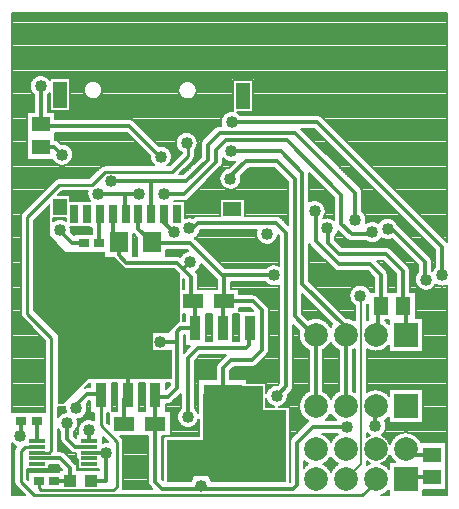
<source format=gbl>
G04 DipTrace 3.0.0.1*
G04 ESP-12E_BASE_V2.2-2.gbl*
%MOMM*%
G04 #@! TF.FileFunction,Copper,L2,Bot*
G04 #@! TF.Part,Single*
G04 #@! TA.AperFunction,Conductor*
%ADD10C,0.25*%
%ADD14C,0.33*%
%ADD15C,0.3*%
G04 #@! TA.AperFunction,CopperBalancing*
%ADD16C,0.18*%
%ADD18R,1.8X1.25*%
%ADD20R,1.6X1.8*%
%ADD21R,0.9X0.7*%
%ADD22R,1.1X1.0*%
%ADD23R,1.3X1.5*%
%ADD24R,1.5X1.3*%
%ADD29R,0.7X1.6*%
%ADD30R,1.2X1.4*%
%ADD31R,1.2X2.2*%
%ADD32R,1.6X1.2*%
G04 #@! TA.AperFunction,ComponentPad*
%ADD40C,2.0*%
%ADD41R,2.0X2.0*%
%ADD49R,0.95X2.15*%
%ADD50R,3.25X2.15*%
%ADD51R,1.4X0.3*%
G04 #@! TA.AperFunction,ViaPad*
%ADD57C,1.016*%
%FSLAX35Y35*%
G04*
G71*
G90*
G75*
G01*
G04 Bottom*
%LPD*%
X2000800Y1655800D2*
D14*
Y1864800D1*
X2032800Y1896800D1*
Y2476800D1*
X1412800D1*
X1280800Y2608800D1*
Y2745800D1*
X1276800Y2749800D1*
X1294800Y3999800D2*
X1407800D1*
X1473800Y3933800D1*
X4604800Y1391800D2*
X4431800D1*
X4383800Y1439800D1*
X2120800Y3431800D2*
Y3303800D1*
X2233800Y3190800D1*
X2832800Y2462800D2*
Y2682800D1*
X2840800Y2690800D1*
Y2900800D1*
X2555800Y3185800D1*
X2238800D1*
X2233800Y3190800D1*
X2832800Y1882800D2*
Y2123800D1*
X2907800Y2198800D1*
X3083800D1*
X3167800Y2282800D1*
Y2615800D1*
X3092800Y2690800D1*
X2840800D1*
X4382800Y2409797D2*
Y2627800D1*
X4360800Y2649800D1*
Y2948800D1*
X4215800Y3093800D1*
X3821800D1*
X3726800Y3188800D1*
Y3301800D1*
X3719800Y3308800D1*
X3265800Y2911800D2*
X2840800D1*
Y2900800D1*
X2940800Y1840800D2*
X2832800D1*
Y1882800D1*
X1594800Y1786800D2*
Y1817800D1*
X1680800Y1903800D1*
X1795800D1*
X1802800Y1896800D1*
X2539800Y1713800D2*
Y2211800D1*
X2620800Y2292800D1*
X3027800D1*
X3059800Y2324800D1*
Y2459800D1*
X3062800Y2462800D1*
X1276800Y1169800D2*
D10*
Y1112800D1*
X1298800Y1090800D1*
X1906800D1*
X1937800Y1121800D1*
Y1502800D1*
X1799800Y1640800D1*
Y1893800D1*
X1802800Y1896800D1*
X2340800Y3431800D2*
D14*
Y3354800D1*
X2419800Y3275800D1*
X4604800Y1201800D2*
X4400797D1*
X4384800Y1185803D1*
X2260800Y1655800D2*
Y1894800D1*
X2262800Y1896800D1*
X2602800Y2462800D2*
Y2668800D1*
X2580800Y2690800D1*
X2602800Y2462800D2*
X2472800D1*
X2442800Y2432800D1*
Y2348800D1*
Y1956800D1*
X2368800Y1882800D1*
X2276800D1*
X2262800Y1896800D1*
X1900800Y3431800D2*
Y3243800D1*
X1953800Y3190800D1*
X2303800Y2348800D2*
X2442800D1*
X1704800Y1411800D2*
D15*
X1810800D1*
D14*
X1820800Y1421800D1*
X1833800D1*
X1848800Y1406800D1*
X1714800Y1169800D2*
X1848800D1*
Y1406800D1*
X4170800Y2649800D2*
X4147800D1*
Y2429800D1*
X4127800Y2409800D1*
X1953800Y3190800D2*
Y3080800D1*
X2017800Y3016800D1*
X2447800D1*
X2493073Y2971527D1*
X2567800Y2896800D1*
Y2703800D1*
X2580800Y2690800D1*
X2493073Y2971527D2*
X2503527D1*
X2558800Y3026800D1*
X2260800Y1655800D2*
Y1162800D1*
X2316800Y1106800D1*
X3432800D1*
X3459800Y1133800D1*
Y1495800D1*
X3594800Y1630800D1*
X3882800D1*
X4126800Y1635800D2*
Y1800800D1*
X4129800Y1803800D1*
X4170800Y2649800D2*
Y2917800D1*
X4084800Y3003800D1*
X3818800D1*
X3620800Y3201800D1*
Y3446800D1*
X3611800Y3455800D1*
X1128800Y1674800D2*
Y1558800D1*
X1120800Y1550800D1*
X1454800Y3295800D2*
Y3284800D1*
X1553800Y3185800D1*
X1657800D1*
X1659800Y3183800D1*
X1888800Y3707800D2*
X2230800D1*
Y3431800D1*
X3957800Y3382800D2*
Y3608800D1*
X3447800Y4118800D1*
X2807800D1*
X2705800Y4016800D1*
Y3890800D1*
X2522800Y3707800D1*
X2230800D1*
X4129800Y1185800D2*
D10*
Y1161800D1*
X4016800Y1048800D1*
X1239800D1*
X1122800Y1165800D1*
Y1422800D1*
X1161800Y1461800D1*
X1264800D1*
X4691800Y2910800D2*
D14*
Y3152800D1*
X3634800Y4209800D1*
X2908800D1*
X3998800Y2739800D2*
D16*
X4001800D1*
Y1311800D1*
X3875800Y1185800D1*
X1780800Y3602800D2*
D14*
X2007800D1*
Y3434800D1*
X2010800Y3431800D1*
X2007800Y3602800D2*
X2126800D1*
Y3598800D1*
X2335800Y3602800D2*
X2505800D1*
X2775800Y3872800D1*
Y3973800D1*
X2858800Y4056800D1*
X3376800D1*
X3838800Y3594800D1*
Y3346800D1*
X3925800Y3259800D1*
X4080800D1*
X4098800Y3277800D1*
X2906800Y3963800D2*
X3325800D1*
X3508800Y3780800D1*
Y2836800D1*
X3873800Y2471800D1*
Y2409823D1*
Y1805823D1*
X3875800Y1803823D1*
X2898800Y3730800D2*
Y3748800D1*
X3033800Y3883800D1*
X3290800D1*
X3444800Y3729800D1*
Y2563800D1*
X3598777Y2409823D1*
X3619800D1*
Y1805823D1*
X3621800Y1803823D1*
X1264800Y1411800D2*
D10*
X1359800D1*
X1383800Y1435800D1*
Y2382800D1*
X1177800Y2588800D1*
Y3406800D1*
X1450800Y3679800D1*
X1726800D1*
X1833800Y3786800D1*
X2406800D1*
X2543800Y3923800D1*
Y4016800D1*
X2527800Y4032800D1*
X1699800Y1601800D2*
D15*
Y1511800D1*
X1704800D1*
X1515800Y1660800D2*
Y1529800D1*
X1583800Y1461800D1*
X1704800D1*
X1258800Y1674800D2*
D14*
Y1517800D1*
D15*
X1264800Y1511800D1*
X1789800Y3183800D2*
D14*
Y3430800D1*
X1790800Y3431800D1*
X1406800Y1169800D2*
X1544800D1*
X1264800Y1361800D2*
D15*
X1399800D1*
D14*
X1459800D1*
X1541800Y1279800D1*
Y1172800D1*
X1292800Y4513800D2*
Y4191800D1*
X1294800Y4189800D1*
X3290800Y1890800D2*
X3373800Y1973800D1*
Y3268800D1*
X3285800Y3356800D1*
X2624800D1*
X2564800Y3296800D1*
X2551800Y3309800D1*
X2309800Y3916800D2*
X2303800D1*
X2043800Y4176800D1*
X1307800D1*
X1294800Y4189800D1*
X4229800Y3305800D2*
X4264800D1*
X4544800Y3025800D1*
Y2883800D1*
X4552800Y2875800D1*
D57*
X1515800Y1660800D3*
X1699800Y1601800D3*
X1594800Y1786800D3*
X2539800Y1713800D3*
X2303800Y2348800D3*
X1848800Y1406800D3*
X1276800Y2749800D3*
X3998800Y2739800D3*
X2906800Y3963800D3*
X2898800Y3730800D3*
X3719800Y3308800D3*
X4691800Y2910800D3*
X2908800Y4209800D3*
X1292800Y4513800D3*
X1473800Y3933800D3*
X1454800Y3295800D3*
X1888800Y3707800D3*
X1780800Y3602800D3*
X2527800Y4032800D3*
X3290800Y1890800D3*
X4098800Y3277800D3*
X3957800Y3382800D3*
X2126800Y3598800D3*
X2335800Y3602800D3*
X2419800Y3275800D3*
X2551800Y3309800D3*
X2309800Y3916800D3*
X3265800Y2911800D3*
X2558800Y3026800D3*
X3208800Y3264800D3*
X3882800Y1630800D3*
X4126800Y1635800D3*
X3611800Y3455800D3*
X4229800Y3305800D3*
X4552800Y2875800D3*
X1120800Y1550800D3*
X2650800Y1130800D3*
X2940800Y1840800D3*
X2840800Y1340800D3*
X2940800Y1240800D3*
Y1440800D3*
Y1640800D3*
X2840800Y1540800D3*
Y1740800D3*
X1051617Y5114133D2*
D16*
X4730003D1*
X1051617Y5096467D2*
X4730003D1*
X1051617Y5078800D2*
X4730003D1*
X1051617Y5061133D2*
X4730003D1*
X1051617Y5043467D2*
X4730003D1*
X1051617Y5025800D2*
X4730003D1*
X1051617Y5008133D2*
X4730003D1*
X1051617Y4990467D2*
X4730003D1*
X1051617Y4972800D2*
X4730003D1*
X1051617Y4955133D2*
X4730003D1*
X1051617Y4937467D2*
X4730003D1*
X1051617Y4919800D2*
X4730003D1*
X1051617Y4902133D2*
X4730003D1*
X1051617Y4884467D2*
X4730003D1*
X1051617Y4866800D2*
X4730003D1*
X1051617Y4849133D2*
X4730003D1*
X1051617Y4831467D2*
X4730003D1*
X1051617Y4813800D2*
X4730003D1*
X1051617Y4796133D2*
X4730003D1*
X1051617Y4778467D2*
X4730003D1*
X1051617Y4760800D2*
X4730003D1*
X1051617Y4743133D2*
X4730003D1*
X1051617Y4725467D2*
X4730003D1*
X1051617Y4707800D2*
X4730003D1*
X1051617Y4690133D2*
X4730003D1*
X1051617Y4672467D2*
X4730003D1*
X1051617Y4654800D2*
X4730003D1*
X1051617Y4637133D2*
X4730003D1*
X1051617Y4619467D2*
X4730003D1*
X1051617Y4601800D2*
X1259343D1*
X1326257D2*
X4730003D1*
X1051617Y4584133D2*
X1229353D1*
X1356247D2*
X4730003D1*
X1051617Y4566467D2*
X1213710D1*
X1545317D2*
X2916290D1*
X3095320D2*
X4730003D1*
X1051617Y4548800D2*
X1204287D1*
X1545317D2*
X1692960D1*
X1778650D2*
X2498247D1*
X2573357D2*
X2916290D1*
X3095320D2*
X4730003D1*
X1051617Y4531133D2*
X1199083D1*
X1545317D2*
X1673130D1*
X1798477D2*
X2475643D1*
X2595960D2*
X2916290D1*
X3095320D2*
X4730003D1*
X1051617Y4513467D2*
X1197467D1*
X1545317D2*
X1662583D1*
X1809023D2*
X2463937D1*
X2607633D2*
X2916290D1*
X3095320D2*
X4730003D1*
X1051617Y4495800D2*
X1199223D1*
X1545317D2*
X1657380D1*
X1814227D2*
X2457960D1*
X2613643D2*
X2916290D1*
X3095320D2*
X4730003D1*
X1051617Y4478133D2*
X1204533D1*
X1545317D2*
X1656430D1*
X1815177D2*
X2456307D1*
X2615297D2*
X2916290D1*
X3095320D2*
X4730003D1*
X1051617Y4460467D2*
X1214167D1*
X1545317D2*
X1659560D1*
X1812047D2*
X2458733D1*
X2612870D2*
X2916290D1*
X3095320D2*
X4730003D1*
X1051617Y4442800D2*
X1230127D1*
X1355473D2*
X1366287D1*
X1545317D2*
X1667367D1*
X1804243D2*
X2465657D1*
X2605947D2*
X2916290D1*
X3095320D2*
X4730003D1*
X1051617Y4425133D2*
X1231780D1*
X1353820D2*
X1366287D1*
X1545317D2*
X1681883D1*
X1789687D2*
X2478770D1*
X2592833D2*
X2916290D1*
X3095320D2*
X4730003D1*
X1051617Y4407467D2*
X1231780D1*
X1353820D2*
X1366287D1*
X1545317D2*
X1714897D1*
X1756710D2*
X2505560D1*
X2566043D2*
X2916290D1*
X3095320D2*
X4730003D1*
X1051617Y4389800D2*
X1231780D1*
X1353820D2*
X1366287D1*
X1545317D2*
X2916290D1*
X3095320D2*
X4730003D1*
X1051617Y4372133D2*
X1231780D1*
X1353820D2*
X1366287D1*
X1545317D2*
X2916290D1*
X3095320D2*
X4730003D1*
X1051617Y4354467D2*
X1231780D1*
X1353820D2*
X1366287D1*
X1545317D2*
X2916290D1*
X3095320D2*
X4730003D1*
X1051617Y4336800D2*
X1231780D1*
X1353820D2*
X1366287D1*
X1545317D2*
X2916290D1*
X3095320D2*
X4730003D1*
X1051617Y4319133D2*
X1231780D1*
X1353820D2*
X1366287D1*
X1545317D2*
X2916290D1*
X3095320D2*
X4730003D1*
X1051617Y4301467D2*
X1231780D1*
X1353820D2*
X2888483D1*
X3095320D2*
X4730003D1*
X1051617Y4283800D2*
X1175283D1*
X1414323D2*
X2849810D1*
X2967773D2*
X4730003D1*
X1051617Y4266133D2*
X1175283D1*
X1414323D2*
X2832337D1*
X3654867D2*
X4730003D1*
X1051617Y4248467D2*
X1175283D1*
X1414323D2*
X2821860D1*
X3681693D2*
X4730003D1*
X1051617Y4230800D2*
X1175283D1*
X2069920D2*
X2815883D1*
X3699340D2*
X4730003D1*
X1051617Y4213133D2*
X1175283D1*
X2093017D2*
X2813530D1*
X3717023D2*
X4730003D1*
X1051617Y4195467D2*
X1175283D1*
X2110700D2*
X2814583D1*
X3734673D2*
X4730003D1*
X1051617Y4177800D2*
X1175283D1*
X2128347D2*
X2800907D1*
X3752357D2*
X4730003D1*
X1051617Y4160133D2*
X1175283D1*
X2146030D2*
X2763573D1*
X3770003D2*
X4730003D1*
X1051617Y4142467D2*
X1175283D1*
X2163680D2*
X2745923D1*
X3509673D2*
X3616570D1*
X3787687D2*
X4730003D1*
X1051617Y4124800D2*
X1175283D1*
X2181363D2*
X2509217D1*
X2546390D2*
X2728240D1*
X3527357D2*
X3634253D1*
X3805337D2*
X4730003D1*
X1051617Y4107133D2*
X1175283D1*
X1414323D2*
X2027927D1*
X2199013D2*
X2469243D1*
X2586363D2*
X2710593D1*
X3545003D2*
X3651900D1*
X3823020D2*
X4730003D1*
X1051617Y4089467D2*
X1175283D1*
X1414323D2*
X2045577D1*
X2216697D2*
X2451597D1*
X2604013D2*
X2692907D1*
X3562687D2*
X3669583D1*
X3840670D2*
X4730003D1*
X1051617Y4071800D2*
X1175283D1*
X1414323D2*
X2063260D1*
X2234343D2*
X2441013D1*
X2614593D2*
X2675260D1*
X3580337D2*
X3687267D1*
X3858353D2*
X4730003D1*
X1051617Y4054133D2*
X1175283D1*
X1433170D2*
X2080907D1*
X2252027D2*
X2434930D1*
X2620640D2*
X2658033D1*
X3598020D2*
X3704917D1*
X3876000D2*
X4730003D1*
X1051617Y4036467D2*
X1175283D1*
X1456687D2*
X2098593D1*
X2269677D2*
X2432540D1*
X2623030D2*
X2648153D1*
X3615670D2*
X3722600D1*
X3893683D2*
X4730003D1*
X1051617Y4018800D2*
X1175283D1*
X1514590D2*
X2116240D1*
X2287360D2*
X2433527D1*
X2622083D2*
X2644813D1*
X3633353D2*
X3740247D1*
X3911333D2*
X4730003D1*
X1051617Y4001133D2*
X1175283D1*
X1540500D2*
X2133923D1*
X2352013D2*
X2437990D1*
X2617583D2*
X2644780D1*
X3651000D2*
X3757930D1*
X3929017D2*
X4730003D1*
X1051617Y3983467D2*
X1175283D1*
X1554843D2*
X2151573D1*
X2377183D2*
X2446533D1*
X2609040D2*
X2644780D1*
X3668683D2*
X3775580D1*
X3946700D2*
X4730003D1*
X1051617Y3965800D2*
X1175283D1*
X1563457D2*
X2169257D1*
X2391247D2*
X2460770D1*
X2600813D2*
X2644780D1*
X3686367D2*
X3793263D1*
X3964347D2*
X4730003D1*
X1051617Y3948133D2*
X1175283D1*
X1568027D2*
X2186903D1*
X2399720D2*
X2486293D1*
X2600813D2*
X2644780D1*
X3704017D2*
X3810913D1*
X3982030D2*
X4730003D1*
X1051617Y3930467D2*
X1175283D1*
X1569047D2*
X2204587D1*
X2404113D2*
X2470580D1*
X2600813D2*
X2644780D1*
X3721700D2*
X3828597D1*
X3999680D2*
X4730003D1*
X1051617Y3912800D2*
X1175283D1*
X1566727D2*
X2214573D1*
X2405027D2*
X2452897D1*
X2599723D2*
X2642247D1*
X3739347D2*
X3846243D1*
X4017363D2*
X4730003D1*
X1051617Y3895133D2*
X1175283D1*
X1560750D2*
X2217033D1*
X2402567D2*
X2435247D1*
X2592797D2*
X2624600D1*
X3757030D2*
X3863927D1*
X4035013D2*
X4730003D1*
X1051617Y3877467D2*
X1397367D1*
X1550240D2*
X2223150D1*
X2396450D2*
X2417563D1*
X2577363D2*
X2606917D1*
X2836817D2*
X2869040D1*
X3774680D2*
X3881577D1*
X4052697D2*
X4730003D1*
X1051617Y3859800D2*
X1414803D1*
X1532800D2*
X2233873D1*
X2385727D2*
X2399917D1*
X2559680D2*
X2589267D1*
X2835377D2*
X2924237D1*
X3792363D2*
X3899260D1*
X4070343D2*
X4730003D1*
X1051617Y3842133D2*
X1453473D1*
X1494130D2*
X2251697D1*
X2367903D2*
X2382233D1*
X2542030D2*
X2571583D1*
X2828273D2*
X2906587D1*
X3810013D2*
X3916907D1*
X4088027D2*
X4730003D1*
X1051617Y3824467D2*
X1791573D1*
X2524347D2*
X2553900D1*
X2813017D2*
X2888903D1*
X3060023D2*
X3264583D1*
X3827697D2*
X3934593D1*
X4105677D2*
X4730003D1*
X1051617Y3806800D2*
X1773923D1*
X2506700D2*
X2536253D1*
X2795333D2*
X2842497D1*
X3042340D2*
X3282233D1*
X3845343D2*
X3952240D1*
X4123360D2*
X4730003D1*
X1051617Y3789133D2*
X1756240D1*
X2489017D2*
X2518570D1*
X2777683D2*
X2823900D1*
X3024693D2*
X3299917D1*
X3863027D2*
X3969923D1*
X4141007D2*
X4730003D1*
X1051617Y3771467D2*
X1738557D1*
X2471367D2*
X2500920D1*
X2760000D2*
X2812790D1*
X3007007D2*
X3317600D1*
X3569823D2*
X3576600D1*
X3880677D2*
X3987573D1*
X4158693D2*
X4730003D1*
X1051617Y3753800D2*
X1720907D1*
X2742353D2*
X2806357D1*
X2991257D2*
X3335247D1*
X3569823D2*
X3594243D1*
X3898360D2*
X4005257D1*
X4176340D2*
X4730003D1*
X1051617Y3736133D2*
X1703223D1*
X2724670D2*
X2803617D1*
X2993967D2*
X3352930D1*
X3569823D2*
X3611927D1*
X3916007D2*
X4022903D1*
X4194023D2*
X4730003D1*
X1051617Y3718467D2*
X1409563D1*
X2707020D2*
X2804283D1*
X2993297D2*
X3370580D1*
X3569823D2*
X3629577D1*
X3933693D2*
X4040587D1*
X4211673D2*
X4730003D1*
X1051617Y3700800D2*
X1391917D1*
X2689337D2*
X2808430D1*
X2989183D2*
X3383763D1*
X3569823D2*
X3647260D1*
X3951340D2*
X4058237D1*
X4229357D2*
X4730003D1*
X1051617Y3683133D2*
X1374233D1*
X2671687D2*
X2816553D1*
X2981063D2*
X3383763D1*
X3569823D2*
X3664907D1*
X3969023D2*
X4075920D1*
X4247003D2*
X4730003D1*
X1051617Y3665467D2*
X1356583D1*
X2654003D2*
X2830087D1*
X2967527D2*
X3383763D1*
X3569823D2*
X3682593D1*
X3986673D2*
X4093570D1*
X4264687D2*
X4730003D1*
X1051617Y3647800D2*
X1338900D1*
X2636357D2*
X2853923D1*
X2943693D2*
X3383763D1*
X3569823D2*
X3700240D1*
X4004180D2*
X4111253D1*
X4282337D2*
X4730003D1*
X1051617Y3630133D2*
X1321253D1*
X2618673D2*
X3383763D1*
X3569823D2*
X3717923D1*
X4014833D2*
X4128900D1*
X4300020D2*
X4730003D1*
X1051617Y3612467D2*
X1303570D1*
X1463367D2*
X1685997D1*
X2601023D2*
X3383763D1*
X3569823D2*
X3735573D1*
X4018700D2*
X4146583D1*
X4317670D2*
X4730003D1*
X1051617Y3594800D2*
X1285920D1*
X1445683D2*
X1685823D1*
X2583340D2*
X3383763D1*
X3569823D2*
X3753257D1*
X4018807D2*
X4164267D1*
X4335353D2*
X4730003D1*
X1051617Y3577133D2*
X1268237D1*
X1545317D2*
X1689057D1*
X2565693D2*
X3383763D1*
X3569823D2*
X3770903D1*
X4018807D2*
X4181917D1*
X4353000D2*
X4730003D1*
X1051617Y3559467D2*
X1250587D1*
X1545317D2*
X1696123D1*
X2547973D2*
X3383763D1*
X3569823D2*
X3777793D1*
X4018807D2*
X4199600D1*
X4370683D2*
X4730003D1*
X1051617Y3541800D2*
X1232903D1*
X1545317D2*
X1708110D1*
X2420320D2*
X2806287D1*
X3025323D2*
X3383763D1*
X3650333D2*
X3777793D1*
X4018807D2*
X4217247D1*
X4388333D2*
X4730003D1*
X1051617Y3524133D2*
X1215257D1*
X2515313D2*
X2806287D1*
X3025323D2*
X3383763D1*
X3677437D2*
X3777793D1*
X4018807D2*
X4234930D1*
X4406017D2*
X4730003D1*
X1051617Y3506467D2*
X1197573D1*
X2515313D2*
X2806287D1*
X3025323D2*
X3383763D1*
X3692203D2*
X3777793D1*
X4018807D2*
X4252580D1*
X4423700D2*
X4730003D1*
X1051617Y3488800D2*
X1179923D1*
X2515313D2*
X2806287D1*
X3025323D2*
X3383763D1*
X3701097D2*
X3777793D1*
X4018807D2*
X4270263D1*
X4441347D2*
X4730003D1*
X1051617Y3471133D2*
X1162240D1*
X2515313D2*
X2806287D1*
X3025323D2*
X3383763D1*
X3705843D2*
X3777793D1*
X4018807D2*
X4287913D1*
X4459030D2*
X4730003D1*
X1051617Y3453467D2*
X1144557D1*
X2515313D2*
X2806287D1*
X3025323D2*
X3383763D1*
X3707073D2*
X3777793D1*
X4020843D2*
X4305597D1*
X4476680D2*
X4730003D1*
X1051617Y3435800D2*
X1129017D1*
X2515313D2*
X2806287D1*
X3025323D2*
X3383763D1*
X3704967D2*
X3777793D1*
X4036663D2*
X4323243D1*
X4494363D2*
X4730003D1*
X1051617Y3418133D2*
X1121950D1*
X2515313D2*
X2806287D1*
X3025323D2*
X3383763D1*
X3699200D2*
X3777793D1*
X4046193D2*
X4340927D1*
X4512013D2*
X4730003D1*
X1051617Y3400467D2*
X1120790D1*
X2515313D2*
X2527077D1*
X2576520D2*
X2583013D1*
X3327597D2*
X3383763D1*
X3689003D2*
X3699460D1*
X3740120D2*
X3777793D1*
X4051430D2*
X4358577D1*
X4529697D2*
X4730003D1*
X1051617Y3382800D2*
X1120790D1*
X1400333D2*
X1418707D1*
X1490893D2*
X1506280D1*
X3345353D2*
X3383763D1*
X4053117D2*
X4174920D1*
X4284693D2*
X4376260D1*
X4547343D2*
X4730003D1*
X1051617Y3365133D2*
X1120790D1*
X3363000D2*
X3383763D1*
X4051430D2*
X4063543D1*
X4134047D2*
X4155723D1*
X4303887D2*
X4393907D1*
X4565027D2*
X4730003D1*
X1051617Y3347467D2*
X1120790D1*
X4315313D2*
X4411593D1*
X4582677D2*
X4730003D1*
X1051617Y3329800D2*
X1120790D1*
X4326353D2*
X4429240D1*
X4600360D2*
X4730003D1*
X1051617Y3312133D2*
X1120790D1*
X1548693D2*
X1711277D1*
X4344000D2*
X4446923D1*
X4618007D2*
X4730003D1*
X1051617Y3294467D2*
X1120790D1*
X1550097D2*
X1728783D1*
X2648027D2*
X3118300D1*
X4361683D2*
X4464573D1*
X4635693D2*
X4730003D1*
X1051617Y3276800D2*
X1120790D1*
X1548340D2*
X1728783D1*
X2641103D2*
X3114257D1*
X3809483D2*
X3823253D1*
X4379333D2*
X4482257D1*
X4653340D2*
X4730003D1*
X1051617Y3259133D2*
X1120790D1*
X2632207D2*
X3113657D1*
X3800837D2*
X3840900D1*
X4397017D2*
X4499903D1*
X4671023D2*
X4730003D1*
X1051617Y3241467D2*
X1120790D1*
X2078320D2*
X2097573D1*
X2617443D2*
X3116437D1*
X3301160D2*
X3312783D1*
X3787830D2*
X3858583D1*
X4414700D2*
X4517587D1*
X4688673D2*
X4730003D1*
X1051617Y3223800D2*
X1120790D1*
X2078320D2*
X2109280D1*
X2603343D2*
X3122940D1*
X3294657D2*
X3312783D1*
X3787830D2*
X3876267D1*
X4176937D2*
X4183033D1*
X4432347D2*
X4535237D1*
X4706357D2*
X4730003D1*
X1051617Y3206133D2*
X1120790D1*
X2078320D2*
X2109280D1*
X2621027D2*
X3134153D1*
X3283443D2*
X3312783D1*
X3795000D2*
X3898980D1*
X4160697D2*
X4278913D1*
X4450030D2*
X4552920D1*
X4724003D2*
X4729993D1*
X1051617Y3188467D2*
X1120790D1*
X2078320D2*
X2109280D1*
X2638677D2*
X3152963D1*
X3264633D2*
X3312783D1*
X3812683D2*
X4069347D1*
X4128280D2*
X4296597D1*
X4467680D2*
X4570570D1*
X1051617Y3170800D2*
X1120790D1*
X2078320D2*
X2109280D1*
X2656360D2*
X3312783D1*
X3830367D2*
X4314243D1*
X4485363D2*
X4588253D1*
X1051617Y3153133D2*
X1120790D1*
X2078320D2*
X2109280D1*
X2674007D2*
X3312783D1*
X3569823D2*
X3583907D1*
X3848017D2*
X4331927D1*
X4503013D2*
X4605900D1*
X1051617Y3135467D2*
X1120790D1*
X2078320D2*
X2109280D1*
X2691693D2*
X3312783D1*
X3569823D2*
X3601593D1*
X4259697D2*
X4349577D1*
X4520697D2*
X4623583D1*
X1051617Y3117800D2*
X1120790D1*
X2078320D2*
X2109280D1*
X2358307D2*
X2535443D1*
X2709340D2*
X3312783D1*
X3569823D2*
X3619240D1*
X4277343D2*
X4367260D1*
X4538343D2*
X4630790D1*
X1051617Y3100133D2*
X1120790D1*
X2078320D2*
X2109280D1*
X2358307D2*
X2498950D1*
X2727023D2*
X3312783D1*
X3569823D2*
X3636923D1*
X4295027D2*
X4384907D1*
X4556027D2*
X4630790D1*
X1051617Y3082467D2*
X1120790D1*
X2078320D2*
X2109280D1*
X2358307D2*
X2481867D1*
X2744673D2*
X3312783D1*
X3569823D2*
X3654573D1*
X4312677D2*
X4402593D1*
X4573677D2*
X4630790D1*
X1051617Y3064800D2*
X1120790D1*
X2762357D2*
X3312783D1*
X3569823D2*
X3672257D1*
X4330360D2*
X4420240D1*
X4591150D2*
X4630790D1*
X1051617Y3047133D2*
X1120790D1*
X2780003D2*
X3312783D1*
X3569823D2*
X3689903D1*
X4348007D2*
X4437923D1*
X4601837D2*
X4630790D1*
X1051617Y3029467D2*
X1120790D1*
X2797687D2*
X3312783D1*
X3569823D2*
X3707587D1*
X4144700D2*
X4194573D1*
X4365693D2*
X4455573D1*
X4605703D2*
X4630790D1*
X1051617Y3011800D2*
X1120790D1*
X2815337D2*
X3312783D1*
X3569823D2*
X3725237D1*
X4162347D2*
X4212257D1*
X4383340D2*
X4473257D1*
X4605810D2*
X4630790D1*
X1051617Y2994133D2*
X1120790D1*
X2648240D2*
X2661900D1*
X2833020D2*
X3219653D1*
X3569823D2*
X3742920D1*
X4180030D2*
X4229903D1*
X4401023D2*
X4483767D1*
X4605810D2*
X4630790D1*
X1051617Y2976467D2*
X1120790D1*
X2639413D2*
X2679583D1*
X2850670D2*
X3196450D1*
X3569823D2*
X3760570D1*
X4197680D2*
X4247587D1*
X4414947D2*
X4483767D1*
X4605810D2*
X4623407D1*
X1051617Y2958800D2*
X1120790D1*
X2624790D2*
X2697267D1*
X3569823D2*
X3778497D1*
X4215330D2*
X4265237D1*
X4420957D2*
X4483767D1*
X1051617Y2941133D2*
X1120790D1*
X2609003D2*
X2714917D1*
X3569823D2*
X4061927D1*
X4227037D2*
X4282920D1*
X4421837D2*
X4483767D1*
X1051617Y2923467D2*
X1120790D1*
X2622470D2*
X2732600D1*
X3569823D2*
X4079577D1*
X4231537D2*
X4299793D1*
X4421837D2*
X4470550D1*
X1051617Y2905800D2*
X1120790D1*
X2628130D2*
X2750247D1*
X3569823D2*
X4097260D1*
X4231817D2*
X4299793D1*
X4421837D2*
X4462427D1*
X1051617Y2888133D2*
X1120790D1*
X2628833D2*
X2767930D1*
X3569823D2*
X4109777D1*
X4231817D2*
X4299793D1*
X4421837D2*
X4458280D1*
X1051617Y2870467D2*
X1120790D1*
X2500337D2*
X2506790D1*
X2628833D2*
X2779780D1*
X3569823D2*
X4109777D1*
X4231817D2*
X4299793D1*
X4421837D2*
X4457647D1*
X1051617Y2852800D2*
X1120790D1*
X2500337D2*
X2506790D1*
X2628833D2*
X2779780D1*
X3578367D2*
X4109777D1*
X4231817D2*
X4299793D1*
X4421837D2*
X4460353D1*
X1051617Y2835133D2*
X1120790D1*
X2500337D2*
X2506790D1*
X2628833D2*
X2779780D1*
X2901820D2*
X3210443D1*
X3596017D2*
X4109777D1*
X4231817D2*
X4299793D1*
X4421837D2*
X4466787D1*
X1051617Y2817467D2*
X1120790D1*
X2500337D2*
X2506790D1*
X2628833D2*
X2779780D1*
X2901820D2*
X3312783D1*
X3613700D2*
X3944893D1*
X4052697D2*
X4109777D1*
X4231817D2*
X4299793D1*
X4421837D2*
X4477897D1*
X4627710D2*
X4684087D1*
X4699477D2*
X4730003D1*
X1051617Y2799800D2*
X1120790D1*
X2500337D2*
X2506790D1*
X2628833D2*
X2779780D1*
X2901820D2*
X3312783D1*
X3631347D2*
X3925277D1*
X4072347D2*
X4109777D1*
X4231817D2*
X4299793D1*
X4421837D2*
X4496493D1*
X4609113D2*
X4730003D1*
X1051617Y2782133D2*
X1120790D1*
X2975333D2*
X3312783D1*
X3649030D2*
X3913603D1*
X4083983D2*
X4109777D1*
X4231817D2*
X4299793D1*
X4421837D2*
X4730003D1*
X1051617Y2764467D2*
X1120790D1*
X2975333D2*
X3312783D1*
X3666680D2*
X3906783D1*
X4470317D2*
X4730003D1*
X1051617Y2746800D2*
X1120790D1*
X3113847D2*
X3312783D1*
X3505807D2*
X3513240D1*
X3684363D2*
X3903760D1*
X4470317D2*
X4730003D1*
X1051617Y2729133D2*
X1120790D1*
X3140003D2*
X3312783D1*
X3505807D2*
X3530927D1*
X3702013D2*
X3904077D1*
X4470317D2*
X4730003D1*
X1051617Y2711467D2*
X1120790D1*
X3157687D2*
X3312783D1*
X3505807D2*
X3548577D1*
X3719697D2*
X3907873D1*
X4470317D2*
X4730003D1*
X1051617Y2693800D2*
X1120790D1*
X3175337D2*
X3312783D1*
X3505807D2*
X3566260D1*
X3737343D2*
X3915573D1*
X4470317D2*
X4730003D1*
X1051617Y2676133D2*
X1120790D1*
X3193020D2*
X3312783D1*
X3505807D2*
X3583907D1*
X3755027D2*
X3928510D1*
X4470317D2*
X4730003D1*
X1051617Y2658467D2*
X1120790D1*
X3210670D2*
X3312783D1*
X3505807D2*
X3601593D1*
X3772677D2*
X3948267D1*
X4055333D2*
X4061260D1*
X4470317D2*
X4730003D1*
X1051617Y2640800D2*
X1120790D1*
X3223290D2*
X3312783D1*
X3505807D2*
X3619240D1*
X3790360D2*
X3948267D1*
X4055333D2*
X4061260D1*
X4470317D2*
X4730003D1*
X1051617Y2623133D2*
X1120790D1*
X2975333D2*
X3074917D1*
X3228353D2*
X3312783D1*
X3505807D2*
X3636923D1*
X3808007D2*
X3948267D1*
X4055333D2*
X4061260D1*
X4470317D2*
X4730003D1*
X1051617Y2605467D2*
X1120790D1*
X3228810D2*
X3312783D1*
X3505807D2*
X3654573D1*
X3825693D2*
X3948267D1*
X4055333D2*
X4061260D1*
X4470317D2*
X4730003D1*
X1051617Y2587800D2*
X1120790D1*
X3228810D2*
X3312783D1*
X3506333D2*
X3672257D1*
X3843340D2*
X3948267D1*
X4055333D2*
X4061260D1*
X4470317D2*
X4730003D1*
X1051617Y2570133D2*
X1124027D1*
X2500337D2*
X2510763D1*
X2694820D2*
X2740790D1*
X2924813D2*
X2970783D1*
X3228810D2*
X3312783D1*
X3524017D2*
X3689903D1*
X3861023D2*
X3948267D1*
X4055333D2*
X4061260D1*
X4470317D2*
X4730003D1*
X1051617Y2552467D2*
X1134430D1*
X2500337D2*
X2510763D1*
X2694820D2*
X2740790D1*
X2924813D2*
X2970783D1*
X3228810D2*
X3312783D1*
X3541700D2*
X3613333D1*
X3626283D2*
X3707587D1*
X3880290D2*
X3948267D1*
X4055333D2*
X4061260D1*
X4527307D2*
X4730003D1*
X1051617Y2534800D2*
X1151903D1*
X2500337D2*
X2510763D1*
X2694820D2*
X2740790D1*
X2924813D2*
X2970783D1*
X3228810D2*
X3312783D1*
X3690517D2*
X3725237D1*
X4527307D2*
X4730003D1*
X1051617Y2517133D2*
X1169587D1*
X2694820D2*
X2740790D1*
X2924813D2*
X2970783D1*
X3228810D2*
X3312783D1*
X3715687D2*
X3742920D1*
X4223660D2*
X4238270D1*
X4527307D2*
X4730003D1*
X1051617Y2499467D2*
X1187237D1*
X2694820D2*
X2740790D1*
X2924813D2*
X2970783D1*
X3228810D2*
X3312783D1*
X3732670D2*
X3760570D1*
X4527307D2*
X4730003D1*
X1051617Y2481800D2*
X1204920D1*
X2694820D2*
X2740790D1*
X2924813D2*
X2970783D1*
X3228810D2*
X3312783D1*
X3434823D2*
X3441263D1*
X4527307D2*
X4730003D1*
X1051617Y2464133D2*
X1222570D1*
X2694820D2*
X2740790D1*
X2924813D2*
X2970783D1*
X3228810D2*
X3312783D1*
X3434823D2*
X3458927D1*
X4527307D2*
X4730003D1*
X1051617Y2446467D2*
X1240253D1*
X2694820D2*
X2740790D1*
X2924813D2*
X2970783D1*
X3228810D2*
X3312783D1*
X3434823D2*
X3476577D1*
X4527307D2*
X4730003D1*
X1051617Y2428800D2*
X1257900D1*
X2694820D2*
X2740790D1*
X2924813D2*
X2970783D1*
X3228810D2*
X3312783D1*
X3434823D2*
X3476540D1*
X4527307D2*
X4730003D1*
X1051617Y2411133D2*
X1275583D1*
X2694820D2*
X2740790D1*
X2924813D2*
X2970783D1*
X3228810D2*
X3312783D1*
X3434823D2*
X3475277D1*
X4527307D2*
X4730003D1*
X1051617Y2393467D2*
X1293233D1*
X2503817D2*
X2510757D1*
X2694820D2*
X2740790D1*
X2924813D2*
X2970783D1*
X3228810D2*
X3312783D1*
X3434823D2*
X3476223D1*
X4527307D2*
X4730003D1*
X1051617Y2375800D2*
X1310917D1*
X2503817D2*
X2510757D1*
X2694820D2*
X2740790D1*
X2924813D2*
X2970783D1*
X3228810D2*
X3312783D1*
X3434823D2*
X3479390D1*
X4527307D2*
X4730003D1*
X1051617Y2358133D2*
X1326770D1*
X2503817D2*
X2510757D1*
X2694820D2*
X2740790D1*
X2924813D2*
X2970783D1*
X3228810D2*
X3312783D1*
X3434823D2*
X3484980D1*
X4527307D2*
X4730003D1*
X1051617Y2340467D2*
X1326770D1*
X2503817D2*
X2510757D1*
X3228810D2*
X3312783D1*
X3434823D2*
X3493277D1*
X4527307D2*
X4730003D1*
X1051617Y2322800D2*
X1326770D1*
X2503817D2*
X2510757D1*
X3228810D2*
X3312783D1*
X3434823D2*
X3504877D1*
X3734707D2*
X3758880D1*
X4527307D2*
X4730003D1*
X1051617Y2305133D2*
X1326770D1*
X2503817D2*
X2547573D1*
X3228810D2*
X3312783D1*
X3434823D2*
X3521013D1*
X3718607D2*
X3775017D1*
X4226613D2*
X4238270D1*
X4527307D2*
X4730003D1*
X1051617Y2287467D2*
X1326770D1*
X2503817D2*
X2529923D1*
X3228810D2*
X3312783D1*
X3434823D2*
X3544533D1*
X3695087D2*
X3798537D1*
X4203093D2*
X4238270D1*
X4527307D2*
X4730003D1*
X1051617Y2269800D2*
X1326770D1*
X2503817D2*
X2512257D1*
X3227367D2*
X3312783D1*
X3434823D2*
X3558770D1*
X3680813D2*
X3812777D1*
X3934817D2*
X3948267D1*
X4055333D2*
X4098280D1*
X4157320D2*
X4238270D1*
X4527307D2*
X4730003D1*
X1051617Y2252133D2*
X1326770D1*
X3220267D2*
X3312783D1*
X3434823D2*
X3558770D1*
X3680813D2*
X3812777D1*
X3934817D2*
X3948267D1*
X4055333D2*
X4730003D1*
X1051617Y2234467D2*
X1326770D1*
X3205007D2*
X3312783D1*
X3434823D2*
X3558770D1*
X3680813D2*
X3812777D1*
X3934817D2*
X3948267D1*
X4055333D2*
X4730003D1*
X1051617Y2216800D2*
X1326770D1*
X2630343D2*
X2840247D1*
X3187360D2*
X3312783D1*
X3434823D2*
X3558770D1*
X3680813D2*
X3812777D1*
X3934817D2*
X3948267D1*
X4055333D2*
X4730003D1*
X1051617Y2199133D2*
X1326770D1*
X2612697D2*
X2822600D1*
X3169677D2*
X3312783D1*
X3434823D2*
X3558770D1*
X3680813D2*
X3812777D1*
X3934817D2*
X3948267D1*
X4055333D2*
X4730003D1*
X1051617Y2181467D2*
X1326770D1*
X2600813D2*
X2804917D1*
X3152027D2*
X3312783D1*
X3434823D2*
X3558770D1*
X3680813D2*
X3812777D1*
X3934817D2*
X3948267D1*
X4055333D2*
X4730003D1*
X1051617Y2163800D2*
X1326770D1*
X2600813D2*
X2787337D1*
X3134343D2*
X3312783D1*
X3434823D2*
X3558770D1*
X3680813D2*
X3812777D1*
X3934817D2*
X3948267D1*
X4055333D2*
X4730003D1*
X1051617Y2146133D2*
X1326770D1*
X2600813D2*
X2776157D1*
X3112687D2*
X3312783D1*
X3434823D2*
X3558770D1*
X3680813D2*
X3812777D1*
X3934817D2*
X3948267D1*
X4055333D2*
X4730003D1*
X1051617Y2128467D2*
X1326770D1*
X2600813D2*
X2771973D1*
X2923020D2*
X3312783D1*
X3434823D2*
X3558770D1*
X3680813D2*
X3812777D1*
X3934817D2*
X3948267D1*
X4055333D2*
X4730003D1*
X1051617Y2110800D2*
X1326770D1*
X2600813D2*
X2771763D1*
X2905337D2*
X3312783D1*
X3434823D2*
X3558770D1*
X3680813D2*
X3812777D1*
X3934817D2*
X3948267D1*
X4055333D2*
X4730003D1*
X1051617Y2093133D2*
X1326770D1*
X2600813D2*
X2771763D1*
X2893807D2*
X3312783D1*
X3434823D2*
X3558770D1*
X3680813D2*
X3812777D1*
X3934817D2*
X3948267D1*
X4055333D2*
X4730003D1*
X1051617Y2075467D2*
X1326770D1*
X2600813D2*
X2771763D1*
X2893807D2*
X3312783D1*
X3434823D2*
X3558770D1*
X3680813D2*
X3812777D1*
X3934817D2*
X3948267D1*
X4055333D2*
X4730003D1*
X1051617Y2057800D2*
X1326770D1*
X2600813D2*
X2771763D1*
X2893807D2*
X3312783D1*
X3434823D2*
X3558770D1*
X3680813D2*
X3812777D1*
X3934817D2*
X3948267D1*
X4055333D2*
X4730003D1*
X1051617Y2040133D2*
X1326770D1*
X2600813D2*
X2771763D1*
X2893807D2*
X3312783D1*
X3434823D2*
X3558770D1*
X3680813D2*
X3812777D1*
X3934817D2*
X3948267D1*
X4055333D2*
X4730003D1*
X1051617Y2022467D2*
X1326770D1*
X2600813D2*
X2625793D1*
X3039810D2*
X3312783D1*
X3434823D2*
X3558770D1*
X3680813D2*
X3812777D1*
X3934817D2*
X3948267D1*
X4055333D2*
X4730003D1*
X1051617Y2004800D2*
X1326770D1*
X2600813D2*
X2625793D1*
X3039810D2*
X3312783D1*
X3434823D2*
X3558770D1*
X3680813D2*
X3812777D1*
X3934817D2*
X3948267D1*
X4055333D2*
X4730003D1*
X1051617Y1987133D2*
X1326770D1*
X1697017D2*
X1710783D1*
X1894807D2*
X1940777D1*
X2124833D2*
X2170767D1*
X2354823D2*
X2381777D1*
X2600813D2*
X2625793D1*
X3201597D2*
X3301570D1*
X3434823D2*
X3558770D1*
X3680813D2*
X3812777D1*
X3934817D2*
X3948267D1*
X4055333D2*
X4730003D1*
X1051617Y1969467D2*
X1326770D1*
X1678490D2*
X1710783D1*
X1894807D2*
X1940777D1*
X2124833D2*
X2170767D1*
X2354823D2*
X2369927D1*
X2600813D2*
X2625793D1*
X3201597D2*
X3238427D1*
X3434650D2*
X3558770D1*
X3680813D2*
X3812777D1*
X3934817D2*
X3948267D1*
X4055333D2*
X4730003D1*
X1051617Y1951800D2*
X1326770D1*
X1894807D2*
X1940777D1*
X2124833D2*
X2170767D1*
X2600813D2*
X2625793D1*
X3201597D2*
X3218107D1*
X3430570D2*
X3558770D1*
X3680813D2*
X3812777D1*
X3934817D2*
X3948267D1*
X4055333D2*
X4730003D1*
X1051617Y1934133D2*
X1326770D1*
X1894807D2*
X1940777D1*
X2124833D2*
X2170767D1*
X2600813D2*
X2625793D1*
X3419567D2*
X3558770D1*
X3681797D2*
X3812777D1*
X3935800D2*
X3948267D1*
X4055333D2*
X4069837D1*
X4189770D2*
X4240277D1*
X4529310D2*
X4730003D1*
X1051617Y1916467D2*
X1326770D1*
X1894807D2*
X1940777D1*
X2124833D2*
X2170767D1*
X2600813D2*
X2625793D1*
X3402023D2*
X3532370D1*
X3711223D2*
X3786373D1*
X4219197D2*
X4240277D1*
X4529310D2*
X4730003D1*
X1051617Y1898800D2*
X1326770D1*
X1894807D2*
X1940777D1*
X2124833D2*
X2170767D1*
X2470347D2*
X2478783D1*
X2600813D2*
X2625793D1*
X3385780D2*
X3513457D1*
X3730137D2*
X3767460D1*
X4529310D2*
X4730003D1*
X1051617Y1881133D2*
X1326770D1*
X1894807D2*
X1940777D1*
X2124833D2*
X2170767D1*
X2452700D2*
X2478770D1*
X2600813D2*
X2625793D1*
X3385607D2*
X3500027D1*
X3743567D2*
X3754040D1*
X4529310D2*
X4730003D1*
X1051617Y1863467D2*
X1326770D1*
X1894807D2*
X1939790D1*
X2124833D2*
X2170767D1*
X2435017D2*
X2478770D1*
X2600813D2*
X2625793D1*
X3382020D2*
X3490357D1*
X4529310D2*
X4730003D1*
X1051617Y1845800D2*
X1326770D1*
X1894807D2*
X1939790D1*
X2124833D2*
X2170767D1*
X2417333D2*
X2478770D1*
X2600813D2*
X2625793D1*
X3201597D2*
X3207003D1*
X3374567D2*
X3483607D1*
X4529310D2*
X4730003D1*
X1051617Y1828133D2*
X1326770D1*
X1690687D2*
X1710783D1*
X1894807D2*
X1939790D1*
X2124833D2*
X2170767D1*
X2393357D2*
X2478770D1*
X2600813D2*
X2625793D1*
X3201597D2*
X3219583D1*
X3362017D2*
X3479353D1*
X4529310D2*
X4730003D1*
X1051617Y1810467D2*
X1326770D1*
X1687067D2*
X1710783D1*
X1894807D2*
X1939790D1*
X2124833D2*
X2170767D1*
X2354823D2*
X2478770D1*
X2600813D2*
X2625793D1*
X3201597D2*
X3241133D1*
X3340467D2*
X3477420D1*
X4529310D2*
X4730003D1*
X1051617Y1792800D2*
X1326770D1*
X1440833D2*
X1499670D1*
X1689913D2*
X1710783D1*
X1894807D2*
X1939790D1*
X2124833D2*
X2170767D1*
X2354823D2*
X2478770D1*
X2600813D2*
X2625793D1*
X3401603D2*
X3477700D1*
X4529310D2*
X4730003D1*
X1051617Y1775133D2*
X1326770D1*
X1440833D2*
X1500197D1*
X1689387D2*
X1710783D1*
X1894807D2*
X1939790D1*
X2124833D2*
X2170767D1*
X2354823D2*
X2467417D1*
X2612203D2*
X2625793D1*
X3401603D2*
X3480197D1*
X4529310D2*
X4730003D1*
X1051617Y1757467D2*
X1326770D1*
X1440833D2*
X1504207D1*
X1685413D2*
X1710783D1*
X2395323D2*
X2455287D1*
X3401603D2*
X3485013D1*
X4529310D2*
X4730003D1*
X1440833Y1739800D2*
X1463950D1*
X1677470D2*
X1742777D1*
X1856837D2*
X1866273D1*
X2395323D2*
X2448150D1*
X3401603D2*
X3492430D1*
X4529310D2*
X4730003D1*
X1664143Y1722133D2*
X1742777D1*
X1856837D2*
X1866273D1*
X2395323D2*
X2444847D1*
X3401603D2*
X3502980D1*
X3740613D2*
X3756983D1*
X4529310D2*
X4730003D1*
X1640943Y1704467D2*
X1742777D1*
X1856837D2*
X1866273D1*
X2395323D2*
X2444950D1*
X3401603D2*
X3517533D1*
X3726060D2*
X3771537D1*
X4234067D2*
X4240283D1*
X4529310D2*
X4730003D1*
X1607437Y1686800D2*
X1658997D1*
X1856837D2*
X1866273D1*
X2395323D2*
X2448467D1*
X3401603D2*
X3538310D1*
X4213323D2*
X4240277D1*
X4529310D2*
X4730003D1*
X1610743Y1669133D2*
X1633087D1*
X1856837D2*
X1866273D1*
X2395323D2*
X2455850D1*
X2623770D2*
X2629990D1*
X3401603D2*
X3547593D1*
X4215960D2*
X4240277D1*
X4529310D2*
X4730003D1*
X1610637Y1651467D2*
X1618733D1*
X2395323D2*
X2468293D1*
X2611323D2*
X2630013D1*
X3401603D2*
X3529907D1*
X4220813D2*
X4730003D1*
X2395323Y1633800D2*
X2489563D1*
X2590020D2*
X2630013D1*
X3401603D2*
X3512260D1*
X4222113D2*
X4730003D1*
X1599773Y1616133D2*
X1605597D1*
X2395323D2*
X2630013D1*
X3401603D2*
X3494577D1*
X4220040D2*
X4730003D1*
X1587330Y1598467D2*
X1604540D1*
X2395323D2*
X2630013D1*
X3401603D2*
X3476927D1*
X4214343D2*
X4730003D1*
X1440833Y1580800D2*
X1456287D1*
X1575307D2*
X1606860D1*
X2395323D2*
X2630013D1*
X3401603D2*
X3459243D1*
X4204253D2*
X4359913D1*
X4407703D2*
X4730003D1*
X1440833Y1563133D2*
X1456287D1*
X1575307D2*
X1590267D1*
X2395323D2*
X2630013D1*
X3401603D2*
X3441597D1*
X3695403D2*
X3802193D1*
X4055333D2*
X4066147D1*
X4187483D2*
X4310167D1*
X4457413D2*
X4730003D1*
X1440833Y1545467D2*
X1456287D1*
X1583567D2*
X1590313D1*
X1975030D2*
X2199770D1*
X2321813D2*
X2329983D1*
X3401603D2*
X3423913D1*
X3719520D2*
X3778077D1*
X4203340D2*
X4286050D1*
X4481530D2*
X4730003D1*
X1440833Y1527800D2*
X1456323D1*
X1819323D2*
X1832917D1*
X1988847D2*
X2199770D1*
X2321813D2*
X2329983D1*
X3401603D2*
X3408193D1*
X3735973D2*
X3761623D1*
X4224153D2*
X4269630D1*
X4497950D2*
X4730003D1*
X1440833Y1510133D2*
X1459733D1*
X1819323D2*
X1850563D1*
X1994333D2*
X2199770D1*
X2321813D2*
X2329983D1*
X4238217D2*
X4257820D1*
X4509797D2*
X4730003D1*
X1440833Y1492467D2*
X1469963D1*
X1994823D2*
X2199770D1*
X2321813D2*
X2329983D1*
X4724320D2*
X4730000D1*
X1051617Y1474800D2*
X1064490D1*
X1440833D2*
X1487367D1*
X1994823D2*
X2199770D1*
X2321813D2*
X2329983D1*
X4724320D2*
X4730000D1*
X1051617Y1457133D2*
X1077760D1*
X1440833D2*
X1505050D1*
X1994823D2*
X2199770D1*
X2321813D2*
X2329983D1*
X4724320D2*
X4730000D1*
X1051617Y1439467D2*
X1068337D1*
X1440833D2*
X1522697D1*
X1994823D2*
X2199770D1*
X2321813D2*
X2329983D1*
X4724320D2*
X4730000D1*
X1051617Y1421800D2*
X1065753D1*
X1439003D2*
X1540380D1*
X1994823D2*
X2199770D1*
X2321813D2*
X2329983D1*
X4724320D2*
X4730000D1*
X1051617Y1404133D2*
X1065753D1*
X1503023D2*
X1579510D1*
X1994823D2*
X2199770D1*
X2321813D2*
X2329983D1*
X4724320D2*
X4730000D1*
X1051617Y1386467D2*
X1065753D1*
X1520673D2*
X1590267D1*
X1994823D2*
X2199770D1*
X2321813D2*
X2329983D1*
X4724320D2*
X4730000D1*
X1051617Y1368800D2*
X1065753D1*
X1538357D2*
X1590267D1*
X1994823D2*
X2199770D1*
X2321813D2*
X2329983D1*
X4237757D2*
X4258207D1*
X4724320D2*
X4730000D1*
X1051617Y1351133D2*
X1065753D1*
X1556003D2*
X1605280D1*
X1994823D2*
X2199770D1*
X2321813D2*
X2329983D1*
X3735447D2*
X3762150D1*
X4223520D2*
X4270157D1*
X4724320D2*
X4730000D1*
X1051617Y1333467D2*
X1065753D1*
X1573687D2*
X1605280D1*
X1994823D2*
X2199770D1*
X2321813D2*
X2329983D1*
X3718780D2*
X3778813D1*
X4202357D2*
X4286787D1*
X4724320D2*
X4730000D1*
X1051617Y1315800D2*
X1065753D1*
X1590633D2*
X1605280D1*
X1994823D2*
X2199770D1*
X2321813D2*
X2329983D1*
X3520817D2*
X3549350D1*
X3694277D2*
X3803353D1*
X4055333D2*
X4069100D1*
X4190507D2*
X4240277D1*
X4724320D2*
X4730000D1*
X1051617Y1298133D2*
X1065753D1*
X1364333D2*
X1437900D1*
X1994823D2*
X2199770D1*
X2321813D2*
X2329983D1*
X3520817D2*
X3531970D1*
X3711643D2*
X3785950D1*
X4219653D2*
X4240277D1*
X4724320D2*
X4730000D1*
X1051617Y1280467D2*
X1065753D1*
X1364333D2*
X1455583D1*
X1994823D2*
X2199770D1*
X2321813D2*
X2329983D1*
X3730420D2*
X3767213D1*
X4724320D2*
X4730000D1*
X1051617Y1262800D2*
X1065753D1*
X1179833D2*
X1473267D1*
X1602833D2*
X1787777D1*
X1994823D2*
X2199770D1*
X2321813D2*
X2329983D1*
X3743777D2*
X3753813D1*
X4724320D2*
X4730000D1*
X1051617Y1245133D2*
X1065753D1*
X1179833D2*
X1187287D1*
X1994823D2*
X2199770D1*
X2321813D2*
X2329983D1*
X4724320D2*
X4730000D1*
X1051617Y1227467D2*
X1065753D1*
X1179833D2*
X1187287D1*
X1994823D2*
X2199770D1*
X2321813D2*
X2329983D1*
X4724320D2*
X4730000D1*
X1051617Y1209800D2*
X1065753D1*
X1179833D2*
X1187287D1*
X1994823D2*
X2199770D1*
X2321813D2*
X2329983D1*
X4724320D2*
X4730000D1*
X1051617Y1192133D2*
X1065753D1*
X1179833D2*
X1187287D1*
X1994823D2*
X2199770D1*
X2321813D2*
X2329983D1*
X4724320D2*
X4730000D1*
X1051617Y1174467D2*
X1065753D1*
X1994823D2*
X2199770D1*
X4724320D2*
X4730000D1*
X1051617Y1156800D2*
X1066510D1*
X1994823D2*
X2200087D1*
X4724320D2*
X4730000D1*
X1051617Y1139133D2*
X1072663D1*
X1994823D2*
X2204730D1*
X4724320D2*
X4730000D1*
X1051617Y1121467D2*
X1087253D1*
X1994823D2*
X2216577D1*
X4724320D2*
X4730000D1*
X1051617Y1103800D2*
X1104900D1*
X4724320D2*
X4730000D1*
X1051617Y1086133D2*
X1122583D1*
X4233750D2*
X4240263D1*
X4529310D2*
X4730003D1*
X1051617Y1068467D2*
X1140233D1*
X4212867D2*
X4240277D1*
X4529310D2*
X4730003D1*
X1051617Y1050800D2*
X1157917D1*
X4177887D2*
X4240277D1*
X4529310D2*
X4730003D1*
X1893007Y1761020D2*
X1941593D1*
X1941763Y1869447D1*
X1942313Y1874083D1*
X1942580Y1890580D1*
Y2003113D1*
X1893037Y2003080D1*
X1893020Y1761023D1*
X2122997Y1761020D2*
X2172553D1*
X2172580Y2003113D1*
X2123030Y2003080D1*
X2123020Y1761023D1*
X2128070Y1550580D2*
X1968110D1*
X1979790Y1538663D1*
X1984883Y1531653D1*
X1988817Y1523933D1*
X1991493Y1515690D1*
X1992850Y1507133D1*
X1993020Y1484800D1*
X1992850Y1117467D1*
X1991493Y1108910D1*
X1990313Y1104720D1*
X1995800Y1104020D1*
X2235813D1*
X2215770Y1124340D1*
X2210307Y1131857D1*
X2206087Y1140137D1*
X2203217Y1148977D1*
X2201763Y1158153D1*
X2201580Y1180800D1*
Y1550610D1*
X2128080Y1550617D1*
X1868080Y1650600D2*
Y1746577D1*
X1855017Y1746580D1*
X1855020Y1663703D1*
X1868057Y1650637D1*
X2353043Y1761020D2*
X2393520D1*
Y1550580D1*
X2320010D1*
X2320020Y1187343D1*
X2331800Y1175800D1*
X2331910Y1542207D1*
X2332780Y1544887D1*
X2334437Y1547163D1*
X2336713Y1548820D1*
X2339393Y1549690D1*
X2367800Y1549800D1*
X2631787D1*
X2631800Y1697000D1*
X2628743Y1684900D1*
X2626200Y1678010D1*
X2623127Y1671343D1*
X2619540Y1664937D1*
X2615460Y1658830D1*
X2610913Y1653063D1*
X2605930Y1647670D1*
X2600537Y1642687D1*
X2594770Y1638140D1*
X2588663Y1634060D1*
X2582257Y1630473D1*
X2575590Y1627400D1*
X2568700Y1624857D1*
X2561633Y1622863D1*
X2554430Y1621430D1*
X2547137Y1620567D1*
X2539800Y1620280D1*
X2532463Y1620567D1*
X2525170Y1621430D1*
X2517967Y1622863D1*
X2510900Y1624857D1*
X2504010Y1627400D1*
X2497343Y1630473D1*
X2490937Y1634060D1*
X2484830Y1638140D1*
X2479063Y1642687D1*
X2473670Y1647670D1*
X2468687Y1653063D1*
X2464140Y1658830D1*
X2460060Y1664937D1*
X2456473Y1671343D1*
X2453400Y1678010D1*
X2450857Y1684900D1*
X2448863Y1691967D1*
X2447430Y1699170D1*
X2446567Y1706463D1*
X2446280Y1713800D1*
X2446567Y1721137D1*
X2447430Y1728430D1*
X2448863Y1735633D1*
X2450857Y1742700D1*
X2453400Y1749590D1*
X2456473Y1756257D1*
X2460060Y1762663D1*
X2464140Y1768770D1*
X2468687Y1774537D1*
X2473670Y1779930D1*
X2480573Y1786103D1*
X2480580Y1910850D1*
X2407260Y1837770D1*
X2399743Y1832307D1*
X2391463Y1828087D1*
X2382623Y1825217D1*
X2373447Y1823763D1*
X2353013Y1823580D1*
X2353020Y1761023D1*
X2356520Y3126610D2*
Y3076057D1*
X2447800Y3076020D1*
X2457063Y3075290D1*
X2466100Y3073123D1*
X2475473Y3069257D1*
X2479060Y3075663D1*
X2483140Y3081770D1*
X2487687Y3087537D1*
X2492670Y3092930D1*
X2498063Y3097913D1*
X2503830Y3102460D1*
X2509937Y3106540D1*
X2516343Y3110127D1*
X2523010Y3113200D1*
X2529900Y3115743D1*
X2539583Y3118257D1*
X2531267Y3126583D1*
X2356500Y3126580D1*
X2111080Y3076043D2*
Y3229747D1*
X2078913Y3261937D1*
X2076520Y3260520D1*
Y3076053D1*
X2111070Y3076020D1*
X2717080Y2796020D2*
X2781593D1*
X2781580Y2876250D1*
X2650293Y3007560D1*
X2647743Y2997900D1*
X2645200Y2991010D1*
X2642127Y2984343D1*
X2638540Y2977937D1*
X2634460Y2971830D1*
X2629913Y2966063D1*
X2624930Y2960670D1*
X2619537Y2955687D1*
X2613770Y2951140D1*
X2603583Y2944777D1*
X2612830Y2935260D1*
X2618293Y2927743D1*
X2622513Y2919463D1*
X2625383Y2910623D1*
X2626837Y2901447D1*
X2627020Y2878800D1*
Y2796007D1*
X2717080Y2796020D1*
X2899997D2*
X2973520D1*
Y2750000D1*
X3092800Y2750020D1*
X3102063Y2749290D1*
X3111100Y2747123D1*
X3119687Y2743567D1*
X3127610Y2738710D1*
X3134673Y2732673D1*
X3212830Y2654260D1*
X3218293Y2646743D1*
X3222513Y2638463D1*
X3225383Y2629623D1*
X3226837Y2620447D1*
X3227020Y2597800D1*
X3226837Y2278153D1*
X3225383Y2268977D1*
X3222513Y2260137D1*
X3218293Y2251857D1*
X3212830Y2244340D1*
X3196947Y2228197D1*
X3122260Y2153770D1*
X3114743Y2148307D1*
X3106463Y2144087D1*
X3097623Y2141217D1*
X3088447Y2139763D1*
X3065800Y2139580D1*
X2932313D1*
X2892027Y2099277D1*
X2892020Y2032990D1*
X3038020Y2033020D1*
Y1999797D1*
X3192207Y1999690D1*
X3194887Y1998820D1*
X3197163Y1997163D1*
X3198820Y1994887D1*
X3199690Y1992207D1*
X3199800Y1963800D1*
X3199863Y1912633D1*
X3201857Y1919700D1*
X3204400Y1926590D1*
X3207473Y1933257D1*
X3211060Y1939663D1*
X3215140Y1945770D1*
X3219687Y1951537D1*
X3224670Y1956930D1*
X3230063Y1961913D1*
X3235830Y1966460D1*
X3241937Y1970540D1*
X3248343Y1974127D1*
X3255010Y1977200D1*
X3261900Y1979743D1*
X3268967Y1981737D1*
X3276170Y1983170D1*
X3283463Y1984033D1*
X3290800Y1984320D1*
X3300047Y1983807D1*
X3314577Y1998327D1*
X3314580Y2832000D1*
X3308257Y2828473D1*
X3301590Y2825400D1*
X3294700Y2822857D1*
X3287633Y2820863D1*
X3280430Y2819430D1*
X3273137Y2818567D1*
X3265800Y2818280D1*
X3258463Y2818567D1*
X3251170Y2819430D1*
X3243967Y2820863D1*
X3236900Y2822857D1*
X3230010Y2825400D1*
X3223343Y2828473D1*
X3216937Y2832060D1*
X3210830Y2836140D1*
X3205063Y2840687D1*
X3199670Y2845670D1*
X3193497Y2852573D1*
X2900000Y2852580D1*
X2900020Y2796000D1*
X2973520Y2631593D2*
Y2613030D1*
X3086803Y2613020D1*
X3068277Y2631573D1*
X2973513Y2631580D1*
X2972570Y2585580D2*
X2923000D1*
X2923020Y2352053D1*
X2972610Y2352020D1*
X2972580Y2585567D1*
X2742580Y2585580D2*
X2693023D1*
X2693020Y2352053D1*
X2742547Y2352020D1*
X2742580Y2585567D1*
X2498530Y2796020D2*
X2508583D1*
X2508580Y2872303D1*
X2498507Y2882343D1*
X2498520Y2800790D1*
X2512603Y2585580D2*
X2498540D1*
X2498520Y2522030D1*
X2512563Y2522020D1*
X2512580Y2585567D1*
X1180080Y1752520D2*
X1328547D1*
X1328580Y2359953D1*
X1138753Y2549753D1*
X1133127Y2556343D1*
X1128600Y2563730D1*
X1125283Y2571737D1*
X1123260Y2580163D1*
X1122580Y2588800D1*
X1122750Y3411133D1*
X1124107Y3419690D1*
X1126783Y3427933D1*
X1130717Y3435653D1*
X1135810Y3442663D1*
X1151480Y3458573D1*
X1414937Y3721790D1*
X1421947Y3726883D1*
X1429667Y3730817D1*
X1437910Y3733493D1*
X1446467Y3734850D1*
X1468800Y3735020D1*
X1703960D1*
X1794753Y3825847D1*
X1801343Y3831473D1*
X1808730Y3836000D1*
X1816737Y3839317D1*
X1825160Y3841340D1*
X1833800Y3842020D1*
X2253670D1*
X2249063Y3845687D1*
X2243670Y3850670D1*
X2238687Y3856063D1*
X2234140Y3861830D1*
X2230060Y3867937D1*
X2226473Y3874343D1*
X2223400Y3881010D1*
X2220857Y3887900D1*
X2218863Y3894967D1*
X2217430Y3902170D1*
X2216567Y3909463D1*
X2216423Y3920440D1*
X2019273Y4117577D1*
X1412520Y4117520D1*
Y4058827D1*
X1421623Y4057383D1*
X1430463Y4054513D1*
X1438743Y4050293D1*
X1446260Y4044830D1*
X1464517Y4026833D1*
X1473800Y4027320D1*
X1481137Y4027033D1*
X1488430Y4026170D1*
X1495633Y4024737D1*
X1502700Y4022743D1*
X1509590Y4020200D1*
X1516257Y4017127D1*
X1522663Y4013540D1*
X1528770Y4009460D1*
X1534537Y4004913D1*
X1539930Y3999930D1*
X1544913Y3994537D1*
X1549460Y3988770D1*
X1553540Y3982663D1*
X1557127Y3976257D1*
X1560200Y3969590D1*
X1562743Y3962700D1*
X1564737Y3955633D1*
X1566170Y3948430D1*
X1567033Y3941137D1*
X1567320Y3933800D1*
X1567033Y3926463D1*
X1566170Y3919170D1*
X1564737Y3911967D1*
X1562743Y3904900D1*
X1560200Y3898010D1*
X1557127Y3891343D1*
X1553540Y3884937D1*
X1549460Y3878830D1*
X1544913Y3873063D1*
X1539930Y3867670D1*
X1534537Y3862687D1*
X1528770Y3858140D1*
X1522663Y3854060D1*
X1516257Y3850473D1*
X1509590Y3847400D1*
X1502700Y3844857D1*
X1495633Y3842863D1*
X1488430Y3841430D1*
X1481137Y3840567D1*
X1473800Y3840280D1*
X1466463Y3840567D1*
X1459170Y3841430D1*
X1451967Y3842863D1*
X1444900Y3844857D1*
X1438010Y3847400D1*
X1431343Y3850473D1*
X1424937Y3854060D1*
X1418830Y3858140D1*
X1413063Y3862687D1*
X1407670Y3867670D1*
X1402687Y3873063D1*
X1398140Y3878830D1*
X1394060Y3884937D1*
X1390123Y3892097D1*
X1177080Y3892080D1*
Y4297520D1*
X1233577D1*
X1233580Y4441443D1*
X1226670Y4447670D1*
X1221687Y4453063D1*
X1217140Y4458830D1*
X1213060Y4464937D1*
X1209473Y4471343D1*
X1206400Y4478010D1*
X1203857Y4484900D1*
X1201863Y4491967D1*
X1200430Y4499170D1*
X1199567Y4506463D1*
X1199280Y4513800D1*
X1199567Y4521137D1*
X1200430Y4528430D1*
X1201863Y4535633D1*
X1203857Y4542700D1*
X1206400Y4549590D1*
X1209473Y4556257D1*
X1213060Y4562663D1*
X1217140Y4568770D1*
X1221687Y4574537D1*
X1226670Y4579930D1*
X1232063Y4584913D1*
X1237830Y4589460D1*
X1243937Y4593540D1*
X1250343Y4597127D1*
X1257010Y4600200D1*
X1263900Y4602743D1*
X1270967Y4604737D1*
X1278170Y4606170D1*
X1285463Y4607033D1*
X1292800Y4607320D1*
X1300137Y4607033D1*
X1307430Y4606170D1*
X1314633Y4604737D1*
X1321700Y4602743D1*
X1328590Y4600200D1*
X1335257Y4597127D1*
X1341663Y4593540D1*
X1347770Y4589460D1*
X1353537Y4584913D1*
X1358930Y4579930D1*
X1363913Y4574537D1*
X1368087Y4569243D1*
X1368080Y4579520D1*
X1543520D1*
Y4304080D1*
X1368080D1*
Y4458310D1*
X1363913Y4453063D1*
X1358930Y4447670D1*
X1352027Y4441497D1*
X1352020Y4297553D1*
X1412520Y4297520D1*
Y4236030D1*
X2043800Y4236020D1*
X2053063Y4235290D1*
X2062100Y4233123D1*
X2070687Y4229567D1*
X2078610Y4224710D1*
X2085677Y4218677D1*
X2295163Y4009187D1*
X2302463Y4010033D1*
X2309800Y4010320D1*
X2317137Y4010033D1*
X2324430Y4009170D1*
X2331633Y4007737D1*
X2338700Y4005743D1*
X2345590Y4003200D1*
X2352257Y4000127D1*
X2358663Y3996540D1*
X2364770Y3992460D1*
X2370537Y3987913D1*
X2375930Y3982930D1*
X2380913Y3977537D1*
X2385460Y3971770D1*
X2389540Y3965663D1*
X2393127Y3959257D1*
X2396200Y3952590D1*
X2398743Y3945700D1*
X2400737Y3938633D1*
X2402170Y3931430D1*
X2403033Y3924137D1*
X2403320Y3916800D1*
X2403033Y3909463D1*
X2402170Y3902170D1*
X2400737Y3894967D1*
X2398743Y3887900D1*
X2396200Y3881010D1*
X2393127Y3874343D1*
X2389540Y3867937D1*
X2385460Y3861830D1*
X2380913Y3856063D1*
X2375930Y3850670D1*
X2370537Y3845687D1*
X2365873Y3842010D1*
X2383960Y3842020D1*
X2488593Y3946687D1*
X2485343Y3949473D1*
X2478937Y3953060D1*
X2472830Y3957140D1*
X2467063Y3961687D1*
X2461670Y3966670D1*
X2456687Y3972063D1*
X2452140Y3977830D1*
X2448060Y3983937D1*
X2444473Y3990343D1*
X2441400Y3997010D1*
X2438857Y4003900D1*
X2436863Y4010967D1*
X2435430Y4018170D1*
X2434567Y4025463D1*
X2434280Y4032800D1*
X2434567Y4040137D1*
X2435430Y4047430D1*
X2436863Y4054633D1*
X2438857Y4061700D1*
X2441400Y4068590D1*
X2444473Y4075257D1*
X2448060Y4081663D1*
X2452140Y4087770D1*
X2456687Y4093537D1*
X2461670Y4098930D1*
X2467063Y4103913D1*
X2472830Y4108460D1*
X2478937Y4112540D1*
X2485343Y4116127D1*
X2492010Y4119200D1*
X2498900Y4121743D1*
X2505967Y4123737D1*
X2513170Y4125170D1*
X2520463Y4126033D1*
X2527800Y4126320D1*
X2535137Y4126033D1*
X2542430Y4125170D1*
X2549633Y4123737D1*
X2556700Y4121743D1*
X2563590Y4119200D1*
X2570257Y4116127D1*
X2576663Y4112540D1*
X2582770Y4108460D1*
X2588537Y4103913D1*
X2593930Y4098930D1*
X2598913Y4093537D1*
X2603460Y4087770D1*
X2607540Y4081663D1*
X2611127Y4075257D1*
X2614200Y4068590D1*
X2616743Y4061700D1*
X2618737Y4054633D1*
X2620170Y4047430D1*
X2621033Y4040137D1*
X2621320Y4032800D1*
X2621033Y4025463D1*
X2620170Y4018170D1*
X2618737Y4010967D1*
X2616743Y4003900D1*
X2614200Y3997010D1*
X2611127Y3990343D1*
X2607540Y3983937D1*
X2603460Y3977830D1*
X2599037Y3972220D1*
X2598850Y3919467D1*
X2597493Y3910910D1*
X2594817Y3902667D1*
X2590883Y3894947D1*
X2585790Y3887937D1*
X2570120Y3872027D1*
X2465090Y3766997D1*
X2498303Y3767020D1*
X2646563Y3915313D1*
X2646763Y4021447D1*
X2648217Y4030623D1*
X2651087Y4039463D1*
X2655307Y4047743D1*
X2660770Y4055260D1*
X2676653Y4071403D1*
X2769340Y4163830D1*
X2776857Y4169293D1*
X2785137Y4173513D1*
X2793977Y4176383D1*
X2803153Y4177837D1*
X2820843Y4178020D1*
X2817863Y4187967D1*
X2816430Y4195170D1*
X2815567Y4202463D1*
X2815280Y4209800D1*
X2815567Y4217137D1*
X2816430Y4224430D1*
X2817863Y4231633D1*
X2819857Y4238700D1*
X2822400Y4245590D1*
X2825473Y4252257D1*
X2829060Y4258663D1*
X2833140Y4264770D1*
X2837687Y4270537D1*
X2842670Y4275930D1*
X2848063Y4280913D1*
X2853830Y4285460D1*
X2859937Y4289540D1*
X2866343Y4293127D1*
X2873010Y4296200D1*
X2879900Y4298743D1*
X2886967Y4300737D1*
X2894170Y4302170D1*
X2901463Y4303033D1*
X2908800Y4303320D1*
X2918103Y4302800D1*
X2918080Y4567520D1*
X3093520D1*
Y4292080D1*
X2953283D1*
X2963770Y4285460D1*
X2969537Y4280913D1*
X2974930Y4275930D1*
X2981103Y4269027D1*
X3639447Y4268837D1*
X3648623Y4267383D1*
X3657463Y4264513D1*
X3665743Y4260293D1*
X3673260Y4254830D1*
X3689403Y4238947D1*
X4731823Y3196527D1*
X4731800Y5131827D1*
X1049780Y5131800D1*
X1049800Y1752547D1*
X1180080Y1752520D1*
X1456080Y1262520D2*
X1475310D1*
X1435267Y1302583D1*
X1395153Y1302763D1*
X1386670Y1304077D1*
X1362510Y1304080D1*
X1362520Y1269080D1*
X1177987D1*
X1178020Y1188693D1*
X1189067Y1177627D1*
X1189080Y1247520D1*
X1447083D1*
X1447080Y1262520D1*
X1456080D1*
X1601030D2*
X1789593D1*
X1789580Y1269047D1*
X1607080Y1269080D1*
Y1354060D1*
X1592080Y1354080D1*
Y1404107D1*
X1579270Y1404257D1*
X1570327Y1405673D1*
X1561710Y1408473D1*
X1553640Y1412587D1*
X1546313Y1417910D1*
X1530257Y1433713D1*
X1471910Y1492313D1*
X1466587Y1499640D1*
X1462473Y1507710D1*
X1459673Y1516327D1*
X1458257Y1525270D1*
X1458080Y1547800D1*
Y1587210D1*
X1449670Y1594670D1*
X1444687Y1600063D1*
X1439010Y1607523D1*
X1438850Y1431467D1*
X1437490Y1422893D1*
X1444800Y1421020D1*
X1464447Y1420837D1*
X1473623Y1419383D1*
X1482463Y1416513D1*
X1490743Y1412293D1*
X1498260Y1406830D1*
X1514403Y1390947D1*
X1586830Y1318260D1*
X1592293Y1310743D1*
X1596513Y1302463D1*
X1599383Y1293623D1*
X1600837Y1284447D1*
X1601020Y1262537D1*
X4262080Y2767520D2*
X4301560D1*
X4301580Y2924263D1*
X4191273Y3034577D1*
X4137787Y3034580D1*
X4215830Y2956260D1*
X4221293Y2948743D1*
X4225513Y2940463D1*
X4228383Y2931623D1*
X4229837Y2922447D1*
X4230020Y2899800D1*
Y2767507D1*
X4262080Y2767520D1*
X4420037D2*
X4468520D1*
Y2552540D1*
X4525520Y2552517D1*
Y2267077D1*
X4240080D1*
Y2321673D1*
X4231570Y2311817D1*
X4225190Y2305470D1*
X4218420Y2299540D1*
X4211293Y2294050D1*
X4203833Y2289020D1*
X4196070Y2284467D1*
X4188037Y2280413D1*
X4179763Y2276877D1*
X4171280Y2273863D1*
X4162630Y2271393D1*
X4153837Y2269477D1*
X4144943Y2268113D1*
X4135980Y2267313D1*
X4126983Y2267083D1*
X4117993Y2267417D1*
X4109040Y2268320D1*
X4100160Y2269783D1*
X4091390Y2271803D1*
X4082767Y2274370D1*
X4074323Y2277477D1*
X4066090Y2281110D1*
X4053493Y2288030D1*
X4053520Y1924420D1*
X4062970Y1929907D1*
X4071047Y1933867D1*
X4079360Y1937310D1*
X4087877Y1940223D1*
X4096557Y1942593D1*
X4105370Y1944413D1*
X4114280Y1945673D1*
X4123250Y1946370D1*
X4132247Y1946500D1*
X4141237Y1946060D1*
X4150177Y1945057D1*
X4159040Y1943493D1*
X4167783Y1941373D1*
X4176380Y1938707D1*
X4184787Y1935503D1*
X4192977Y1931773D1*
X4200917Y1927540D1*
X4208573Y1922810D1*
X4215917Y1917610D1*
X4222917Y1911957D1*
X4229550Y1905873D1*
X4235783Y1899387D1*
X4242080Y1891867D1*
Y1946517D1*
X4527520D1*
Y1661077D1*
X4242080D1*
Y1715673D1*
X4233570Y1705817D1*
X4227190Y1699470D1*
X4220420Y1693540D1*
X4213293Y1688050D1*
X4207027Y1683823D1*
X4210127Y1678257D1*
X4213200Y1671590D1*
X4215743Y1664700D1*
X4217737Y1657633D1*
X4219170Y1650430D1*
X4220033Y1643137D1*
X4220320Y1635800D1*
X4220033Y1628463D1*
X4219170Y1621170D1*
X4217737Y1613967D1*
X4215743Y1606900D1*
X4213200Y1600010D1*
X4210127Y1593343D1*
X4206540Y1586937D1*
X4202460Y1580830D1*
X4197913Y1575063D1*
X4192930Y1569670D1*
X4187537Y1564687D1*
X4178407Y1557893D1*
X4191273Y1551753D1*
X4199003Y1547147D1*
X4206390Y1542010D1*
X4213393Y1536363D1*
X4219987Y1530237D1*
X4226130Y1523663D1*
X4231797Y1516673D1*
X4236953Y1509300D1*
X4241583Y1501583D1*
X4245653Y1493560D1*
X4248810Y1486077D1*
X4251787Y1494033D1*
X4255467Y1502247D1*
X4259657Y1510210D1*
X4264340Y1517893D1*
X4269500Y1525267D1*
X4275113Y1532297D1*
X4281157Y1538963D1*
X4287610Y1545237D1*
X4294447Y1551087D1*
X4301637Y1556497D1*
X4309153Y1561443D1*
X4316970Y1565907D1*
X4325047Y1569867D1*
X4333360Y1573310D1*
X4341877Y1576223D1*
X4350557Y1578593D1*
X4359370Y1580413D1*
X4368280Y1581673D1*
X4377250Y1582370D1*
X4386247Y1582500D1*
X4395237Y1582060D1*
X4404177Y1581057D1*
X4413040Y1579493D1*
X4421783Y1577373D1*
X4430380Y1574707D1*
X4438787Y1571503D1*
X4446977Y1567773D1*
X4454917Y1563540D1*
X4462573Y1558810D1*
X4469917Y1553610D1*
X4476917Y1547957D1*
X4483550Y1541873D1*
X4489783Y1535387D1*
X4495597Y1528517D1*
X4500963Y1521293D1*
X4505867Y1513750D1*
X4510287Y1505910D1*
X4513360Y1499547D1*
X4722520Y1499520D1*
Y1094080D1*
X4527510D1*
X4527520Y1049770D1*
X4731763Y1049800D1*
X4731800Y2826280D1*
X4720700Y2821857D1*
X4713633Y2819863D1*
X4706430Y2818430D1*
X4699137Y2817567D1*
X4691800Y2817280D1*
X4684463Y2817567D1*
X4677170Y2818430D1*
X4669967Y2819863D1*
X4662900Y2821857D1*
X4656010Y2824400D1*
X4649343Y2827473D1*
X4642937Y2831060D1*
X4636950Y2835060D1*
X4632540Y2826937D1*
X4628460Y2820830D1*
X4623913Y2815063D1*
X4618930Y2809670D1*
X4613537Y2804687D1*
X4607770Y2800140D1*
X4601663Y2796060D1*
X4595257Y2792473D1*
X4588590Y2789400D1*
X4581700Y2786857D1*
X4574633Y2784863D1*
X4567430Y2783430D1*
X4560137Y2782567D1*
X4552800Y2782280D1*
X4545463Y2782567D1*
X4538170Y2783430D1*
X4530967Y2784863D1*
X4523900Y2786857D1*
X4517010Y2789400D1*
X4510343Y2792473D1*
X4503937Y2796060D1*
X4497830Y2800140D1*
X4492063Y2804687D1*
X4486670Y2809670D1*
X4481687Y2815063D1*
X4477140Y2820830D1*
X4473060Y2826937D1*
X4469473Y2833343D1*
X4466400Y2840010D1*
X4463857Y2846900D1*
X4461863Y2853967D1*
X4460430Y2861170D1*
X4459567Y2868463D1*
X4459280Y2875800D1*
X4459567Y2883137D1*
X4460430Y2890430D1*
X4461863Y2897633D1*
X4463857Y2904700D1*
X4466400Y2911590D1*
X4469473Y2918257D1*
X4473060Y2924663D1*
X4477140Y2930770D1*
X4481687Y2936537D1*
X4485560Y2940727D1*
X4485580Y3001257D1*
X4266887Y3219963D1*
X4258700Y3216857D1*
X4251633Y3214863D1*
X4244430Y3213430D1*
X4237137Y3212567D1*
X4229800Y3212280D1*
X4222463Y3212567D1*
X4215170Y3213430D1*
X4207967Y3214863D1*
X4200900Y3216857D1*
X4194010Y3219400D1*
X4187343Y3222473D1*
X4178003Y3228020D1*
X4174460Y3222830D1*
X4169913Y3217063D1*
X4164930Y3211670D1*
X4159537Y3206687D1*
X4153770Y3202140D1*
X4147663Y3198060D1*
X4141257Y3194473D1*
X4134590Y3191400D1*
X4127700Y3188857D1*
X4120633Y3186863D1*
X4113430Y3185430D1*
X4106137Y3184567D1*
X4098800Y3184280D1*
X4091463Y3184567D1*
X4084170Y3185430D1*
X4076967Y3186863D1*
X4069900Y3188857D1*
X4063010Y3191400D1*
X4056343Y3194473D1*
X4046143Y3200593D1*
X3921153Y3200763D1*
X3911977Y3202217D1*
X3903137Y3205087D1*
X3894857Y3209307D1*
X3887340Y3214770D1*
X3871197Y3230653D1*
X3811460Y3290390D1*
X3808743Y3279900D1*
X3806200Y3273010D1*
X3803127Y3266343D1*
X3799540Y3259937D1*
X3795460Y3253830D1*
X3790913Y3248063D1*
X3786027Y3242777D1*
X3786020Y3213313D1*
X3846310Y3153040D1*
X4215800Y3153020D1*
X4225063Y3152290D1*
X4234100Y3150123D1*
X4242687Y3146567D1*
X4250610Y3141710D1*
X4257677Y3135677D1*
X4405830Y2987260D1*
X4411293Y2979743D1*
X4415513Y2971463D1*
X4418383Y2962623D1*
X4419837Y2953447D1*
X4420020Y2930800D1*
Y2767500D1*
X4088147Y2767520D2*
X4111560D1*
X4111580Y2893257D1*
X4060290Y2944560D1*
X3818800Y2944580D1*
X3809537Y2945310D1*
X3800500Y2947480D1*
X3791913Y2951033D1*
X3783990Y2955890D1*
X3776927Y2961927D1*
X3575770Y3163340D1*
X3570307Y3170857D1*
X3568027Y3174930D1*
X3568020Y2861360D1*
X3876853Y2552497D1*
X3885237Y2552083D1*
X3894177Y2551080D1*
X3903040Y2549517D1*
X3911783Y2547397D1*
X3920380Y2544730D1*
X3928787Y2541527D1*
X3936977Y2537797D1*
X3944917Y2533563D1*
X3950090Y2530367D1*
X3949937Y2660060D1*
X3943830Y2664140D1*
X3938063Y2668687D1*
X3932670Y2673670D1*
X3927687Y2679063D1*
X3923140Y2684830D1*
X3919060Y2690937D1*
X3915473Y2697343D1*
X3912400Y2704010D1*
X3909857Y2710900D1*
X3907863Y2717967D1*
X3906430Y2725170D1*
X3905567Y2732463D1*
X3905280Y2739800D1*
X3905567Y2747137D1*
X3906430Y2754430D1*
X3907863Y2761633D1*
X3909857Y2768700D1*
X3912400Y2775590D1*
X3915473Y2782257D1*
X3919060Y2788663D1*
X3923140Y2794770D1*
X3927687Y2800537D1*
X3932670Y2805930D1*
X3938063Y2810913D1*
X3943830Y2815460D1*
X3949937Y2819540D1*
X3956343Y2823127D1*
X3963010Y2826200D1*
X3969900Y2828743D1*
X3976967Y2830737D1*
X3984170Y2832170D1*
X3991463Y2833033D1*
X3998800Y2833320D1*
X4006137Y2833033D1*
X4013430Y2832170D1*
X4020633Y2830737D1*
X4027700Y2828743D1*
X4034590Y2826200D1*
X4041257Y2823127D1*
X4047663Y2819540D1*
X4053770Y2815460D1*
X4059537Y2810913D1*
X4064930Y2805930D1*
X4069913Y2800537D1*
X4074460Y2794770D1*
X4078540Y2788663D1*
X4082127Y2782257D1*
X4085200Y2775590D1*
X4088077Y2767513D1*
X4240093Y2532080D2*
X4207047D1*
X4213917Y2523610D1*
X4220917Y2517957D1*
X4227550Y2511873D1*
X4233783Y2505387D1*
X4240080Y2497867D1*
Y2532050D1*
X4063080Y2537037D2*
Y2671897D1*
X4053770Y2664140D1*
X4053507Y2663967D1*
X4053520Y2531640D1*
X4063083Y2536943D1*
X1543553Y3539520D2*
X1711913D1*
X1705140Y3547830D1*
X1701060Y3553937D1*
X1697473Y3560343D1*
X1694400Y3567010D1*
X1691857Y3573900D1*
X1689863Y3580967D1*
X1688430Y3588170D1*
X1687567Y3595463D1*
X1687280Y3602800D1*
X1687567Y3610137D1*
X1688430Y3617430D1*
X1689860Y3624603D1*
X1473640Y3624580D1*
X1438613Y3589520D1*
X1543520D1*
Y3539493D1*
X1618087Y3324080D2*
X1543907D1*
X1545737Y3317633D1*
X1547170Y3310430D1*
X1548033Y3303137D1*
X1548320Y3295800D1*
X1548033Y3288463D1*
X1546347Y3277033D1*
X1572073Y3251277D1*
X1572080Y3261520D1*
X1730593D1*
X1730580Y3309063D1*
X1713080Y3309080D1*
Y3324090D1*
X1618080Y3324113D1*
X1508080Y3372630D2*
Y3394077D1*
X1398500Y3394080D1*
X1398520Y3370790D1*
X1405937Y3375540D1*
X1412343Y3379127D1*
X1419010Y3382200D1*
X1425900Y3384743D1*
X1432967Y3386737D1*
X1440170Y3388170D1*
X1447463Y3389033D1*
X1454800Y3389320D1*
X1462137Y3389033D1*
X1469430Y3388170D1*
X1476633Y3386737D1*
X1483700Y3384743D1*
X1490590Y3382200D1*
X1497257Y3379127D1*
X1503663Y3375540D1*
X1508077Y3372590D1*
X2418490Y3537520D2*
X2513520D1*
Y3395103D1*
X2522900Y3398743D1*
X2529967Y3400737D1*
X2537170Y3402170D1*
X2544463Y3403033D1*
X2551800Y3403320D1*
X2559137Y3403033D1*
X2566430Y3402170D1*
X2573633Y3400737D1*
X2582393Y3398117D1*
X2586340Y3401830D1*
X2593857Y3407293D1*
X2602137Y3411513D1*
X2610977Y3414383D1*
X2620153Y3415837D1*
X2642800Y3416020D1*
X2808070D1*
X2808080Y3557520D1*
X3023520D1*
Y3416017D1*
X3290447Y3415837D1*
X3299623Y3414383D1*
X3308463Y3411513D1*
X3316743Y3407293D1*
X3324260Y3401830D1*
X3340403Y3385947D1*
X3385573Y3340777D1*
X3385580Y3705287D1*
X3266273Y3824577D1*
X3058313Y3824580D1*
X2989040Y3755290D1*
X2991170Y3745430D1*
X2992033Y3738137D1*
X2992320Y3730800D1*
X2992033Y3723463D1*
X2991170Y3716170D1*
X2989737Y3708967D1*
X2987743Y3701900D1*
X2985200Y3695010D1*
X2982127Y3688343D1*
X2978540Y3681937D1*
X2974460Y3675830D1*
X2969913Y3670063D1*
X2964930Y3664670D1*
X2959537Y3659687D1*
X2953770Y3655140D1*
X2947663Y3651060D1*
X2941257Y3647473D1*
X2934590Y3644400D1*
X2927700Y3641857D1*
X2920633Y3639863D1*
X2913430Y3638430D1*
X2906137Y3637567D1*
X2898800Y3637280D1*
X2891463Y3637567D1*
X2884170Y3638430D1*
X2876967Y3639863D1*
X2869900Y3641857D1*
X2863010Y3644400D1*
X2856343Y3647473D1*
X2849937Y3651060D1*
X2843830Y3655140D1*
X2838063Y3659687D1*
X2832670Y3664670D1*
X2827687Y3670063D1*
X2823140Y3675830D1*
X2819060Y3681937D1*
X2815473Y3688343D1*
X2812400Y3695010D1*
X2809857Y3701900D1*
X2807863Y3708967D1*
X2806430Y3716170D1*
X2805567Y3723463D1*
X2805280Y3730800D1*
X2805567Y3738137D1*
X2806430Y3745430D1*
X2807863Y3752633D1*
X2809857Y3759700D1*
X2812400Y3766590D1*
X2815473Y3773257D1*
X2819060Y3779663D1*
X2823140Y3785770D1*
X2827687Y3791537D1*
X2832670Y3796930D1*
X2838063Y3801913D1*
X2843830Y3806460D1*
X2849937Y3810540D1*
X2856343Y3814127D1*
X2863010Y3817200D1*
X2869900Y3819743D1*
X2876967Y3821737D1*
X2884170Y3823170D1*
X2890123Y3823873D1*
X2944453Y3878203D1*
X2935700Y3874857D1*
X2928633Y3872863D1*
X2921430Y3871430D1*
X2914137Y3870567D1*
X2906800Y3870280D1*
X2899463Y3870567D1*
X2892170Y3871430D1*
X2884967Y3872863D1*
X2877900Y3874857D1*
X2871010Y3877400D1*
X2864343Y3880473D1*
X2857937Y3884060D1*
X2851830Y3888140D1*
X2846063Y3892687D1*
X2840670Y3897670D1*
X2835030Y3903897D1*
X2834837Y3868153D1*
X2833383Y3858977D1*
X2830513Y3850137D1*
X2826293Y3841857D1*
X2820830Y3834340D1*
X2804947Y3818197D1*
X2544260Y3557770D1*
X2536743Y3552307D1*
X2528463Y3548087D1*
X2519623Y3545217D1*
X2510447Y3543763D1*
X2487800Y3543580D1*
X2418507D1*
X1813280Y4476703D2*
X1812563Y4470643D1*
X1811373Y4464657D1*
X1809717Y4458783D1*
X1807603Y4453057D1*
X1805050Y4447517D1*
X1802067Y4442190D1*
X1798677Y4437117D1*
X1794900Y4432323D1*
X1790757Y4427843D1*
X1786277Y4423700D1*
X1781483Y4419923D1*
X1776410Y4416533D1*
X1771083Y4413550D1*
X1765543Y4410997D1*
X1759817Y4408883D1*
X1753943Y4407227D1*
X1747957Y4406037D1*
X1741897Y4405320D1*
X1735800Y4405080D1*
X1729703Y4405320D1*
X1723643Y4406037D1*
X1717657Y4407227D1*
X1711783Y4408883D1*
X1706057Y4410997D1*
X1700517Y4413550D1*
X1695190Y4416533D1*
X1690117Y4419923D1*
X1685323Y4423700D1*
X1680843Y4427843D1*
X1676700Y4432323D1*
X1672923Y4437117D1*
X1669533Y4442190D1*
X1666550Y4447517D1*
X1663997Y4453057D1*
X1661883Y4458783D1*
X1660227Y4464657D1*
X1659037Y4470643D1*
X1658320Y4476703D1*
X1658080Y4482800D1*
X1658320Y4488897D1*
X1659037Y4494957D1*
X1660227Y4500943D1*
X1661883Y4506817D1*
X1663997Y4512543D1*
X1666550Y4518083D1*
X1669533Y4523410D1*
X1672923Y4528483D1*
X1676700Y4533277D1*
X1680843Y4537757D1*
X1685323Y4541900D1*
X1690117Y4545677D1*
X1695190Y4549067D1*
X1700517Y4552050D1*
X1706057Y4554603D1*
X1711783Y4556717D1*
X1717657Y4558373D1*
X1723643Y4559563D1*
X1729703Y4560280D1*
X1735800Y4560520D1*
X1741897Y4560280D1*
X1747957Y4559563D1*
X1753943Y4558373D1*
X1759817Y4556717D1*
X1765543Y4554603D1*
X1771083Y4552050D1*
X1776410Y4549067D1*
X1781483Y4545677D1*
X1786277Y4541900D1*
X1790757Y4537757D1*
X1794900Y4533277D1*
X1798677Y4528483D1*
X1802067Y4523410D1*
X1805050Y4518083D1*
X1807603Y4512543D1*
X1809717Y4506817D1*
X1811373Y4500943D1*
X1812563Y4494957D1*
X1813280Y4488897D1*
X1813520Y4482800D1*
X1813280Y4476703D1*
X2613280Y4473703D2*
X2612563Y4467643D1*
X2611373Y4461657D1*
X2609717Y4455783D1*
X2607603Y4450057D1*
X2605050Y4444517D1*
X2602067Y4439190D1*
X2598677Y4434117D1*
X2594900Y4429323D1*
X2590757Y4424843D1*
X2586277Y4420700D1*
X2581483Y4416923D1*
X2576410Y4413533D1*
X2571083Y4410550D1*
X2565543Y4407997D1*
X2559817Y4405883D1*
X2553943Y4404227D1*
X2547957Y4403037D1*
X2541897Y4402320D1*
X2535800Y4402080D1*
X2529703Y4402320D1*
X2523643Y4403037D1*
X2517657Y4404227D1*
X2511783Y4405883D1*
X2506057Y4407997D1*
X2500517Y4410550D1*
X2495190Y4413533D1*
X2490117Y4416923D1*
X2485323Y4420700D1*
X2480843Y4424843D1*
X2476700Y4429323D1*
X2472923Y4434117D1*
X2469533Y4439190D1*
X2466550Y4444517D1*
X2463997Y4450057D1*
X2461883Y4455783D1*
X2460227Y4461657D1*
X2459037Y4467643D1*
X2458320Y4473703D1*
X2458080Y4479800D1*
X2458320Y4485897D1*
X2459037Y4491957D1*
X2460227Y4497943D1*
X2461883Y4503817D1*
X2463997Y4509543D1*
X2466550Y4515083D1*
X2469533Y4520410D1*
X2472923Y4525483D1*
X2476700Y4530277D1*
X2480843Y4534757D1*
X2485323Y4538900D1*
X2490117Y4542677D1*
X2495190Y4546067D1*
X2500517Y4549050D1*
X2506057Y4551603D1*
X2511783Y4553717D1*
X2517657Y4555373D1*
X2523643Y4556563D1*
X2529703Y4557280D1*
X2535800Y4557520D1*
X2541897Y4557280D1*
X2547957Y4556563D1*
X2553943Y4555373D1*
X2559817Y4553717D1*
X2565543Y4551603D1*
X2571083Y4549050D1*
X2576410Y4546067D1*
X2581483Y4542677D1*
X2586277Y4538900D1*
X2590757Y4534757D1*
X2594900Y4530277D1*
X2598677Y4525483D1*
X2602067Y4520410D1*
X2605050Y4515083D1*
X2607603Y4509543D1*
X2609717Y4503817D1*
X2611373Y4497943D1*
X2612563Y4491957D1*
X2613280Y4485897D1*
X2613520Y4479800D1*
X2613280Y4473703D1*
X4242067Y1097793D2*
X4233570Y1087817D1*
X4227190Y1081470D1*
X4220420Y1075540D1*
X4213293Y1070050D1*
X4205833Y1065020D1*
X4198070Y1060467D1*
X4190037Y1056413D1*
X4181763Y1052877D1*
X4173047Y1049797D1*
X4242110Y1049800D1*
X4242080Y1097680D1*
X4053187Y1306150D2*
X4062970Y1311907D1*
X4071047Y1315867D1*
X4083587Y1320757D1*
X4071647Y1326087D1*
X4063783Y1330463D1*
X4053533Y1337443D1*
X4053360Y1307727D1*
X4176143Y1320777D2*
X4184787Y1317503D1*
X4192977Y1313773D1*
X4200917Y1309540D1*
X4208573Y1304810D1*
X4215917Y1299610D1*
X4222917Y1293957D1*
X4229550Y1287873D1*
X4235783Y1281387D1*
X4242080Y1273867D1*
Y1328523D1*
X4294427D1*
X4285223Y1336593D1*
X4278917Y1343010D1*
X4273027Y1349810D1*
X4267573Y1356970D1*
X4262587Y1364460D1*
X4258080Y1372250D1*
X4254073Y1380307D1*
X4248857Y1393543D1*
X4246273Y1387393D1*
X4242293Y1379323D1*
X4237757Y1371553D1*
X4232683Y1364123D1*
X4227100Y1357067D1*
X4221033Y1350420D1*
X4214513Y1344217D1*
X4207573Y1338490D1*
X4200250Y1333267D1*
X4192573Y1328570D1*
X4184587Y1324427D1*
X4176160Y1320797D1*
X4053510Y1542167D2*
X4062513Y1548360D1*
X4070323Y1552827D1*
X4077513Y1556290D1*
X4071830Y1560140D1*
X4066063Y1564687D1*
X4060670Y1569670D1*
X4053503Y1577833D1*
X4053520Y1542273D1*
X3748823Y1250827D2*
X3751657Y1256210D1*
X3756340Y1263893D1*
X3761500Y1271267D1*
X3767113Y1278297D1*
X3773157Y1284963D1*
X3779610Y1291237D1*
X3786447Y1297087D1*
X3793637Y1302497D1*
X3801153Y1307443D1*
X3810767Y1312787D1*
X3798393Y1319897D1*
X3790990Y1325013D1*
X3783923Y1330587D1*
X3777223Y1336593D1*
X3770917Y1343010D1*
X3765027Y1349810D1*
X3759573Y1356970D1*
X3754587Y1364460D1*
X3748843Y1374733D1*
X3742143Y1363080D1*
X3737070Y1355647D1*
X3731540Y1348550D1*
X3725570Y1341817D1*
X3719190Y1335470D1*
X3712420Y1329540D1*
X3705293Y1324050D1*
X3697833Y1319020D1*
X3686837Y1312837D1*
X3700573Y1304810D1*
X3707917Y1299610D1*
X3714917Y1293957D1*
X3721550Y1287873D1*
X3727783Y1281387D1*
X3733597Y1274517D1*
X3738963Y1267293D1*
X3743867Y1259750D1*
X3748790Y1250867D1*
X3748823Y1504827D2*
X3751657Y1510210D1*
X3756340Y1517893D1*
X3761500Y1525267D1*
X3767113Y1532297D1*
X3773157Y1538963D1*
X3779610Y1545237D1*
X3786447Y1551087D1*
X3793637Y1556497D1*
X3801153Y1561443D1*
X3813420Y1568087D1*
X3810497Y1571573D1*
X3676787Y1571503D1*
X3684977Y1567773D1*
X3692917Y1563540D1*
X3700573Y1558810D1*
X3707917Y1553610D1*
X3714917Y1547957D1*
X3721550Y1541873D1*
X3727783Y1535387D1*
X3733597Y1528517D1*
X3738963Y1521293D1*
X3743867Y1513750D1*
X3748790Y1504867D1*
X3519040Y1284833D2*
X3525610Y1291237D1*
X3532447Y1297087D1*
X3539637Y1302497D1*
X3547153Y1307443D1*
X3556767Y1312787D1*
X3544393Y1319897D1*
X3536990Y1325013D1*
X3529923Y1330587D1*
X3523223Y1336593D1*
X3519010Y1340880D1*
X3519020Y1284827D1*
X1609033Y1653463D2*
X1608170Y1646170D1*
X1606737Y1638967D1*
X1604743Y1631900D1*
X1602200Y1625010D1*
X1599127Y1618343D1*
X1595540Y1611937D1*
X1591460Y1605830D1*
X1586913Y1600063D1*
X1581930Y1594670D1*
X1573540Y1587323D1*
X1573520Y1553680D1*
X1592090Y1535140D1*
X1592080Y1569520D1*
X1612013D1*
X1608863Y1579967D1*
X1607430Y1587170D1*
X1606567Y1594463D1*
X1606280Y1601800D1*
X1606567Y1609137D1*
X1607430Y1616430D1*
X1608863Y1623633D1*
X1610857Y1630700D1*
X1613400Y1637590D1*
X1616473Y1644257D1*
X1620060Y1650663D1*
X1624140Y1656770D1*
X1628687Y1662537D1*
X1633670Y1667930D1*
X1639063Y1672913D1*
X1644830Y1677460D1*
X1650937Y1681540D1*
X1657343Y1685127D1*
X1664010Y1688200D1*
X1670900Y1690743D1*
X1677967Y1692737D1*
X1685170Y1694170D1*
X1692463Y1695033D1*
X1699800Y1695320D1*
X1707137Y1695033D1*
X1714430Y1694170D1*
X1721633Y1692737D1*
X1728700Y1690743D1*
X1735590Y1688200D1*
X1744583Y1683823D1*
X1744580Y1746587D1*
X1712580Y1746580D1*
Y1844560D1*
X1705343Y1844580D1*
X1681830Y1821080D1*
X1685737Y1808633D1*
X1687170Y1801430D1*
X1688033Y1794137D1*
X1688320Y1786800D1*
X1688033Y1779463D1*
X1687170Y1772170D1*
X1685737Y1764967D1*
X1683743Y1757900D1*
X1681200Y1751010D1*
X1678127Y1744343D1*
X1674540Y1737937D1*
X1670460Y1731830D1*
X1665913Y1726063D1*
X1660930Y1720670D1*
X1655537Y1715687D1*
X1649770Y1711140D1*
X1643663Y1707060D1*
X1637257Y1703473D1*
X1630590Y1700400D1*
X1623700Y1697857D1*
X1616633Y1695863D1*
X1609430Y1694430D1*
X1603363Y1693713D1*
X1606737Y1682633D1*
X1608170Y1675430D1*
X1609033Y1668137D1*
X1609320Y1660800D1*
X1609033Y1653463D1*
X1439010Y1714077D2*
X1444687Y1721537D1*
X1449670Y1726930D1*
X1455063Y1731913D1*
X1460830Y1736460D1*
X1466937Y1740540D1*
X1473343Y1744127D1*
X1480010Y1747200D1*
X1486900Y1749743D1*
X1493967Y1751737D1*
X1501170Y1753170D1*
X1507237Y1753887D1*
X1503863Y1764967D1*
X1502430Y1772170D1*
X1501567Y1779463D1*
X1501280Y1786800D1*
X1501567Y1794137D1*
X1502850Y1803540D1*
X1498307Y1799310D1*
X1494730Y1796833D1*
X1490810Y1794950D1*
X1486643Y1793703D1*
X1482973Y1793167D1*
X1440790Y1793080D1*
X1439020Y1788800D1*
Y1714163D1*
X2599027Y1786103D2*
X2605930Y1779930D1*
X2610913Y1774537D1*
X2615460Y1768770D1*
X2619540Y1762663D1*
X2623127Y1756257D1*
X2627580Y1745847D1*
Y2033020D1*
X2773583D1*
X2773763Y2128447D1*
X2775217Y2137623D1*
X2778087Y2146463D1*
X2782307Y2154743D1*
X2787770Y2162260D1*
X2803653Y2178403D1*
X2858817Y2233567D1*
X2645337Y2233580D1*
X2599010Y2187260D1*
X2599020Y1786163D1*
X1817507Y1494860D2*
X1826967Y1497737D1*
X1834170Y1499170D1*
X1841463Y1500033D1*
X1848800Y1500320D1*
X1856137Y1500033D1*
X1863343Y1499180D1*
X1817537Y1544970D1*
X1817520Y1494947D1*
X3682370Y3394443D2*
X3690900Y3397743D1*
X3697967Y3399737D1*
X3705170Y3401170D1*
X3712463Y3402033D1*
X3719800Y3402320D1*
X3727137Y3402033D1*
X3734430Y3401170D1*
X3741633Y3399737D1*
X3748700Y3397743D1*
X3755590Y3395200D1*
X3762257Y3392127D1*
X3768663Y3388540D1*
X3774770Y3384460D1*
X3779567Y3380677D1*
X3779580Y3570287D1*
X3567997Y3781853D1*
X3568020Y3538467D1*
X3576010Y3542200D1*
X3582900Y3544743D1*
X3589967Y3546737D1*
X3597170Y3548170D1*
X3604463Y3549033D1*
X3611800Y3549320D1*
X3619137Y3549033D1*
X3626430Y3548170D1*
X3633633Y3546737D1*
X3640700Y3544743D1*
X3647590Y3542200D1*
X3654257Y3539127D1*
X3660663Y3535540D1*
X3666770Y3531460D1*
X3672537Y3526913D1*
X3677930Y3521930D1*
X3682913Y3516537D1*
X3687460Y3510770D1*
X3691540Y3504663D1*
X3695127Y3498257D1*
X3698200Y3491590D1*
X3700743Y3484700D1*
X3702737Y3477633D1*
X3704170Y3470430D1*
X3705033Y3463137D1*
X3705320Y3455800D1*
X3705033Y3448463D1*
X3704170Y3441170D1*
X3702737Y3433967D1*
X3700743Y3426900D1*
X3698200Y3420010D1*
X3695127Y3413343D1*
X3691540Y3406937D1*
X3687460Y3400830D1*
X3682427Y3394537D1*
X4607670Y2951513D2*
X4612060Y2959663D1*
X4616140Y2965770D1*
X4620687Y2971537D1*
X4625670Y2976930D1*
X4632573Y2983103D1*
X4632580Y3128240D1*
X3610287Y4150563D1*
X3499763Y4150580D1*
X4002830Y3647260D1*
X4008293Y3639743D1*
X4012513Y3631463D1*
X4015383Y3622623D1*
X4016837Y3613447D1*
X4017020Y3590800D1*
Y3455203D1*
X4023930Y3448930D1*
X4028913Y3443537D1*
X4033460Y3437770D1*
X4037540Y3431663D1*
X4041127Y3425257D1*
X4044200Y3418590D1*
X4046743Y3411700D1*
X4048737Y3404633D1*
X4050170Y3397430D1*
X4051033Y3390137D1*
X4051320Y3382800D1*
X4051033Y3375463D1*
X4050170Y3368170D1*
X4048737Y3360967D1*
X4047297Y3355860D1*
X4056343Y3361127D1*
X4063010Y3364200D1*
X4069900Y3366743D1*
X4076967Y3368737D1*
X4084170Y3370170D1*
X4091463Y3371033D1*
X4098800Y3371320D1*
X4106137Y3371033D1*
X4113430Y3370170D1*
X4120633Y3368737D1*
X4127700Y3366743D1*
X4134590Y3364200D1*
X4141257Y3361127D1*
X4150597Y3355580D1*
X4154140Y3360770D1*
X4158687Y3366537D1*
X4163670Y3371930D1*
X4169063Y3376913D1*
X4174830Y3381460D1*
X4180937Y3385540D1*
X4187343Y3389127D1*
X4194010Y3392200D1*
X4200900Y3394743D1*
X4207967Y3396737D1*
X4215170Y3398170D1*
X4222463Y3399033D1*
X4229800Y3399320D1*
X4237137Y3399033D1*
X4244430Y3398170D1*
X4251633Y3396737D1*
X4258700Y3394743D1*
X4265590Y3392200D1*
X4272257Y3389127D1*
X4278663Y3385540D1*
X4284770Y3381460D1*
X4290537Y3376913D1*
X4295930Y3371930D1*
X4300913Y3366537D1*
X4305460Y3360770D1*
X4309540Y3354663D1*
X4313127Y3348257D1*
X4316200Y3341590D1*
X4318217Y3336127D1*
X4589830Y3064260D1*
X4595293Y3056743D1*
X4599513Y3048463D1*
X4602383Y3039623D1*
X4603837Y3030447D1*
X4604020Y3007800D1*
Y2954047D1*
X3384033Y1883463D2*
X3383170Y1876170D1*
X3381737Y1868967D1*
X3379743Y1861900D1*
X3377200Y1855010D1*
X3374127Y1848343D1*
X3370540Y1841937D1*
X3366460Y1835830D1*
X3361913Y1830063D1*
X3356930Y1824670D1*
X3351537Y1819687D1*
X3345770Y1815140D1*
X3339663Y1811060D1*
X3333257Y1807473D1*
X3326590Y1804400D1*
X3319700Y1801857D1*
X3312323Y1799803D1*
X3392207Y1799690D1*
X3394887Y1798820D1*
X3397163Y1797163D1*
X3398820Y1794887D1*
X3399690Y1792207D1*
X3399800Y1763800D1*
Y1166037D1*
X3400580Y1169800D1*
X3400763Y1500447D1*
X3402217Y1509623D1*
X3405087Y1518463D1*
X3409307Y1526743D1*
X3414770Y1534260D1*
X3430653Y1550403D1*
X3556353Y1675843D1*
X3552103Y1679280D1*
X3544393Y1683920D1*
X3536990Y1689037D1*
X3529923Y1694610D1*
X3523223Y1700617D1*
X3516917Y1707033D1*
X3511027Y1713833D1*
X3505573Y1720993D1*
X3500587Y1728483D1*
X3496080Y1736273D1*
X3492073Y1744330D1*
X3488580Y1752623D1*
X3485620Y1761120D1*
X3483197Y1769787D1*
X3481330Y1778590D1*
X3480017Y1787490D1*
X3479270Y1796460D1*
X3479090Y1805457D1*
X3479477Y1814447D1*
X3480427Y1823393D1*
X3481943Y1832263D1*
X3484013Y1841020D1*
X3486630Y1849630D1*
X3489787Y1858057D1*
X3493467Y1866270D1*
X3497657Y1874233D1*
X3502340Y1881917D1*
X3507500Y1889290D1*
X3513113Y1896320D1*
X3519157Y1902987D1*
X3525610Y1909260D1*
X3532447Y1915110D1*
X3539637Y1920520D1*
X3547153Y1925467D1*
X3554970Y1929930D1*
X3560553Y1932667D1*
X3560580Y2279977D1*
X3550103Y2285280D1*
X3542393Y2289920D1*
X3534990Y2295037D1*
X3527923Y2300610D1*
X3521223Y2306617D1*
X3514917Y2313033D1*
X3509027Y2319833D1*
X3503573Y2326993D1*
X3498587Y2334483D1*
X3494080Y2342273D1*
X3490073Y2350330D1*
X3486580Y2358623D1*
X3483620Y2367120D1*
X3481197Y2375787D1*
X3479330Y2384590D1*
X3478017Y2393490D1*
X3477270Y2402460D1*
X3477090Y2411457D1*
X3477477Y2420447D1*
X3478427Y2429393D1*
X3481213Y2443633D1*
X3433027Y2491823D1*
X3432837Y1969153D1*
X3431383Y1959977D1*
X3428513Y1951137D1*
X3424293Y1942857D1*
X3418830Y1935340D1*
X3402947Y1919197D1*
X3383880Y1900130D1*
X3384320Y1890800D1*
X3384033Y1883463D1*
X3269277Y1799803D2*
X3261900Y1801857D1*
X3255010Y1804400D1*
X3248343Y1807473D1*
X3241937Y1811060D1*
X3235830Y1815140D1*
X3230063Y1819687D1*
X3224670Y1824670D1*
X3219687Y1830063D1*
X3215140Y1835830D1*
X3211060Y1841937D1*
X3207473Y1848343D1*
X3204400Y1855010D1*
X3201857Y1861900D1*
X3199803Y1869277D1*
X3199800Y1799797D1*
X3269233Y1799800D1*
X2643480Y3291710D2*
X2640743Y3280900D1*
X2638200Y3274010D1*
X2635127Y3267343D1*
X2631540Y3260937D1*
X2627460Y3254830D1*
X2622913Y3249063D1*
X2617930Y3243670D1*
X2612537Y3238687D1*
X2606770Y3234140D1*
X2597237Y3228140D1*
X2854347Y2971003D1*
X3193453Y2971020D1*
X3199670Y2977930D1*
X3205063Y2982913D1*
X3210830Y2987460D1*
X3216937Y2991540D1*
X3223343Y2995127D1*
X3230010Y2998200D1*
X3236900Y3000743D1*
X3243967Y3002737D1*
X3251170Y3004170D1*
X3258463Y3005033D1*
X3265800Y3005320D1*
X3273137Y3005033D1*
X3280430Y3004170D1*
X3287633Y3002737D1*
X3294700Y3000743D1*
X3301590Y2998200D1*
X3308257Y2995127D1*
X3314590Y2991580D1*
X3314580Y3244240D1*
X3301970Y3256880D1*
X3301170Y3250170D1*
X3299737Y3242967D1*
X3297743Y3235900D1*
X3295200Y3229010D1*
X3292127Y3222343D1*
X3288540Y3215937D1*
X3284460Y3209830D1*
X3279913Y3204063D1*
X3274930Y3198670D1*
X3269537Y3193687D1*
X3263770Y3189140D1*
X3257663Y3185060D1*
X3251257Y3181473D1*
X3244590Y3178400D1*
X3237700Y3175857D1*
X3230633Y3173863D1*
X3223430Y3172430D1*
X3216137Y3171567D1*
X3208800Y3171280D1*
X3201463Y3171567D1*
X3194170Y3172430D1*
X3186967Y3173863D1*
X3179900Y3175857D1*
X3173010Y3178400D1*
X3166343Y3181473D1*
X3159937Y3185060D1*
X3153830Y3189140D1*
X3148063Y3193687D1*
X3142670Y3198670D1*
X3137687Y3204063D1*
X3133140Y3209830D1*
X3129060Y3215937D1*
X3125473Y3222343D1*
X3122400Y3229010D1*
X3119857Y3235900D1*
X3117863Y3242967D1*
X3116430Y3250170D1*
X3115567Y3257463D1*
X3115280Y3264800D1*
X3115567Y3272137D1*
X3116430Y3279430D1*
X3117863Y3286633D1*
X3121297Y3297600D1*
X2649297Y3297580D1*
X2643580Y3291830D1*
X1085953Y1464050D2*
X1078343Y1467473D1*
X1071937Y1471060D1*
X1065830Y1475140D1*
X1060063Y1479687D1*
X1054670Y1484670D1*
X1049783Y1489957D1*
X1049800Y1049773D1*
X1160717Y1049800D1*
X1080810Y1129937D1*
X1075717Y1136947D1*
X1071783Y1144667D1*
X1069107Y1152910D1*
X1067750Y1161467D1*
X1067580Y1183800D1*
X1067750Y1427133D1*
X1069107Y1435690D1*
X1071783Y1443933D1*
X1075717Y1451653D1*
X1080810Y1458663D1*
X1085917Y1464010D1*
X2353020Y2003110D2*
Y1950797D1*
X2383580Y1981330D1*
Y2003100D1*
X2353023Y2003080D1*
X1712580Y1963037D2*
Y2003113D1*
X1706920Y1998320D1*
X1668597Y1961737D1*
X1676153Y1962837D1*
X1698800Y1963020D1*
X1712547D1*
X2556860Y2312580D2*
X2512580D1*
Y2403600D1*
X2502007Y2403580D1*
X2502020Y2257780D1*
X2556817Y2312567D1*
X3950093Y2289220D2*
X3942070Y2284490D1*
X3933033Y2280010D1*
X3933020Y1934547D1*
X3946917Y1927563D1*
X3950057Y1925623D1*
X3950080Y2289180D1*
X3814567Y2280043D2*
X3804103Y2285280D1*
X3796393Y2289920D1*
X3788990Y2295037D1*
X3781923Y2300610D1*
X3775223Y2306617D1*
X3768917Y2313033D1*
X3763027Y2319833D1*
X3757573Y2326993D1*
X3752587Y2334483D1*
X3746843Y2344757D1*
X3740143Y2333103D1*
X3735070Y2325670D1*
X3729540Y2318573D1*
X3723570Y2311840D1*
X3717190Y2305493D1*
X3710420Y2299563D1*
X3703293Y2294073D1*
X3695833Y2289043D1*
X3688070Y2284490D1*
X3679033Y2280010D1*
X3679020Y1934547D1*
X3692917Y1927563D1*
X3700573Y1922833D1*
X3707917Y1917633D1*
X3714917Y1911980D1*
X3721550Y1905897D1*
X3727783Y1899410D1*
X3733597Y1892540D1*
X3738963Y1885317D1*
X3743867Y1877773D1*
X3748790Y1868890D1*
X3756340Y1881917D1*
X3761500Y1889290D1*
X3767113Y1896320D1*
X3773157Y1902987D1*
X3779610Y1909260D1*
X3786447Y1915110D1*
X3793637Y1920520D1*
X3801153Y1925467D1*
X3808970Y1929930D1*
X3814553Y1932667D1*
X3814580Y2279977D1*
X3746823Y2474850D2*
X3749657Y2480233D1*
X3754340Y2487917D1*
X3762633Y2499217D1*
X3504020Y2757800D1*
Y2588313D1*
X3555260Y2537087D1*
X3569360Y2543333D1*
X3577877Y2546247D1*
X3586557Y2548617D1*
X3595370Y2550437D1*
X3604280Y2551697D1*
X3613250Y2552393D1*
X3622247Y2552523D1*
X3631237Y2552083D1*
X3640177Y2551080D1*
X3649040Y2549517D1*
X3657783Y2547397D1*
X3666380Y2544730D1*
X3674787Y2541527D1*
X3682977Y2537797D1*
X3690917Y2533563D1*
X3698573Y2528833D1*
X3705917Y2523633D1*
X3712917Y2517980D1*
X3719550Y2511897D1*
X3725783Y2505410D1*
X3731597Y2498540D1*
X3736963Y2491317D1*
X3741867Y2483773D1*
X3746790Y2474890D1*
X3789747Y1690017D2*
X3783923Y1694610D1*
X3777223Y1700617D1*
X3770917Y1707033D1*
X3765027Y1713833D1*
X3759573Y1720993D1*
X3754587Y1728483D1*
X3748843Y1738757D1*
X3742143Y1727103D1*
X3737070Y1719670D1*
X3731540Y1712573D1*
X3725570Y1705840D1*
X3719190Y1699493D1*
X3707827Y1690027D1*
X3789670Y1690020D1*
D18*
X2000800Y1655800D3*
X2260800D3*
D20*
X2233800Y3190800D3*
X1953800D3*
D18*
X2840800Y2690800D3*
X2580800D3*
D21*
X1258800Y1674800D3*
X1128800D3*
D22*
X1544800Y1169800D3*
X1714800D3*
D23*
X4360800Y2649800D3*
X4170800D3*
D24*
X4604800Y1391800D3*
Y1201800D3*
D29*
X1570800Y3431800D3*
X1680800D3*
X1790800D3*
X1900800D3*
X2010800D3*
X2120800D3*
X2230800D3*
X2340800D3*
X2450800Y3429800D3*
D30*
X1455800Y3491800D3*
D31*
Y4441800D3*
D32*
X2915800Y3469800D3*
D31*
X3005800Y4429800D3*
D40*
X4129800Y1185800D3*
Y1439800D3*
X3875800Y1185800D3*
Y1439800D3*
X4383800D3*
X3621800Y1185800D3*
Y1439800D3*
D41*
X4384800Y1185803D3*
D21*
X1789800Y3183800D3*
X1659800D3*
D24*
X1294800Y3999800D3*
Y4189800D3*
D21*
X1406800Y1169800D3*
X1276800D3*
D49*
X2262800Y1896800D3*
X2032800D3*
X1802800D3*
D50*
X2032800Y2476800D3*
D49*
X2602800Y2462800D3*
X2832800D3*
X3062800D3*
D50*
X2832800Y1882800D3*
D51*
X1704800Y1511800D3*
Y1461800D3*
Y1411800D3*
Y1361800D3*
Y1311800D3*
X1264800D3*
Y1361800D3*
Y1411800D3*
Y1461800D3*
Y1511800D3*
D40*
X4127800Y2409800D3*
X3873800Y2409823D3*
X3619800D3*
D41*
X4382800Y2409797D3*
D40*
X4129800Y1803800D3*
X3875800Y1803823D3*
X3621800D3*
D41*
X4384800Y1803797D3*
G36*
X2670800Y1900800D2*
Y1520800D1*
X2360800D1*
Y1160800D1*
X2570800D1*
X2590800Y1210800D1*
X2710800D1*
X2730800Y1160800D1*
X3370800D1*
Y1770800D1*
X3170800D1*
Y1970800D1*
X2700800D1*
X2670800Y1900800D1*
G37*
G36*
X2240800Y2280800D2*
X2400800D1*
Y2030800D1*
X1700800D1*
X1480800Y1820800D1*
X1440800D1*
Y2410800D1*
X1230800Y2620800D1*
Y3370800D1*
X1370800Y3520800D1*
Y3250800D1*
X1500800Y3110800D1*
X1840800D1*
Y3070800D1*
X1910800D1*
X2010800Y2970800D1*
X2430800D1*
X2470800Y2930800D1*
Y2520800D1*
X2370800Y2420800D1*
X2240800D1*
Y2280800D1*
G37*
M02*

</source>
